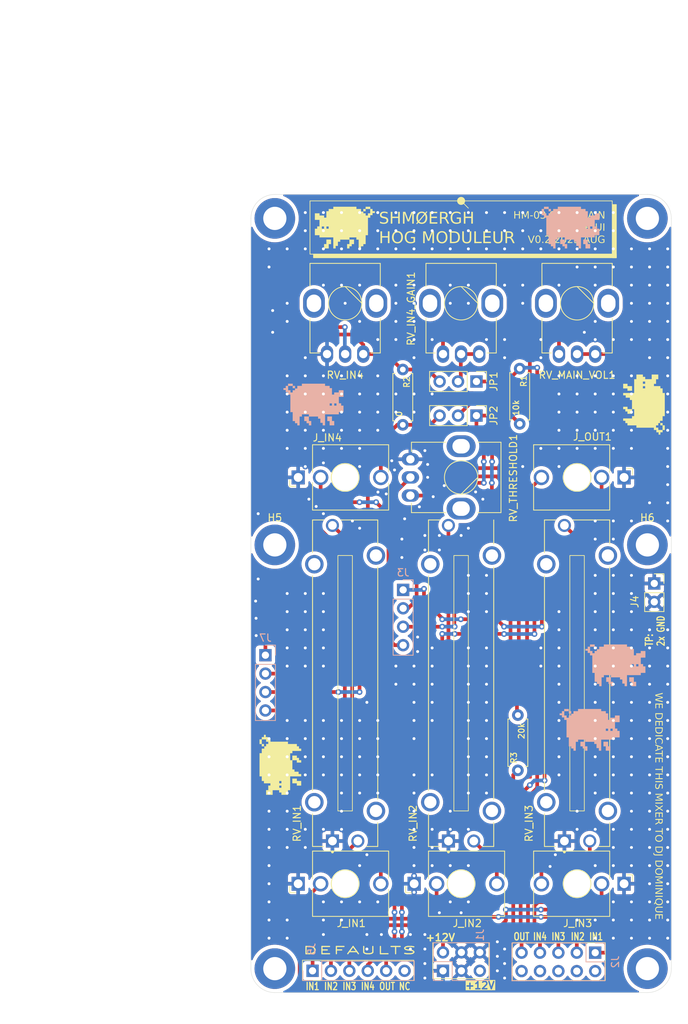
<source format=kicad_pcb>
(kicad_pcb (version 20241229) (generator "pcbnew") (generator_version "9.0")
  (layers (0 "F.Cu" signal) (2 "B.Cu" signal) (13 "F.Paste" user) (15 "B.Paste" user) (5 "F.SilkS" user "F.Silkscreen") (7 "B.SilkS" user "B.Silkscreen") (1 "F.Mask" user) (3 "B.Mask" user) (25 "Edge.Cuts" user))
  (net 0 "")
  (net 2 "+12V")
  (net 3 "GND")
  (net 4 "-12V")
  (net 5 "OUT_DEFAULT")
  (net 6 "IN_1")
  (net 7 "IN_2")
  (net 11 "IN_4")
  (net 12 "IN_3")
  (net 14 "OUT")
  (net 15 "IN_4_DEFAULT")
  (net 16 "IN_3_DEFAULT")
  (net 17 "IN_1_DEFAULT")
  (net 18 "IN_2_DEFAULT")
  (net 20 "RATIO_3")
  (net 21 "CH_4_VOL_2")
  (net 22 "CH_4_GAIN_1")
  (net 23 "MAIN_VOL_1")
  (net 24 "RATIO_1")
  (net 25 "THRESHOLD")
  (net 26 "MAIN_VOL_3")
  (net 27 "Net-(JP1-C)")
  (net 28 "Net-(JP2-C)")
  (net 29 "Net-(J_IN1-PadT)")
  (net 30 "Net-(J_IN2-PadT)")
  (net 31 "Net-(J_IN3-PadT)")
  (net 32 "Net-(R3-Pad2)")
  (net 33 "CH_4_GAIN_3_VOL_3")
  (footprint "MountingHole:MountingHole_3.2mm_M3_DIN965_Pad" (layer "F.Cu") (at 178.7 92.3)
    (property "Reference" "H6")
    (property "Value" "MountingHole")
  )
  (footprint "Connector_PinHeader_2.54mm:PinHeader_1x03_P2.54mm_Vertical" (layer "F.Cu") (at 155.115 74.48 -90)
    (property "Reference" "JP2")
    (property "Value" "Jumper_3_Open")
  )
  (footprint "Shmoergh_Custom_Footprints:Potentiometer_Bourns_Single-PTV09A" (layer "F.Cu") (at 153 83 -90)
    (property "Reference" "RV_THRESHOLD1")
    (property "Value" "A100k")
  )
  (footprint "Shmoergh_Logo:Gyeszno" (layer "F.Cu") (at 178.229 72.956 -90)
    (property "Reference" "G***" (hide yes))
    (property "Value" "LOGO" (hide yes))
  )
  (footprint "Connector_PinSocket_2.54mm:PinSocket_1x02_P2.54mm_Vertical" (layer "F.Cu") (at 179.651 97.614)
    (property "Reference" "J4")
    (property "Value" "Conn_01x02")
  )
  (footprint "Shmoergh_Custom_Footprints:R_Axial_DIN0207_L6.3mm_D2.5mm_P7.62mm_Horizontal" (layer "F.Cu") (at 160.83 123.375 90)
    (property "Reference" "R3")
    (property "Value" "20k")
  )
  (footprint "PTA3043-2010CIA503:TRIM_PTA3043-2010CIA503" (layer "F.Cu") (at 137 111.363 90)
    (property "Reference" "RV_IN1")
    (property "Value" "A100k")
  )
  (footprint "MountingHole:MountingHole_3.2mm_M3_DIN965_Pad" (layer "F.Cu") (at 178.7 47.3)
    (property "Reference" "H2")
    (property "Value" "MountingHole")
  )
  (footprint "Shmoergh_Logo:Gyeszno" (layer "F.Cu") (at 128.064 122.613 90)
    (property "Reference" "G***" (hide yes))
    (property "Value" "LOGO" (hide yes))
  )
  (footprint "MountingHole:MountingHole_3.2mm_M3_DIN965_Pad" (layer "F.Cu") (at 178.7 150.7)
    (property "Reference" "H3")
    (property "Value" "MountingHole")
  )
  (footprint "Shmoergh_Custom_Footprints:Potentiometer_Bourns_Single-PTV09A" (layer "F.Cu") (at 153 59)
    (property "Reference" "RV_IN4_GAIN1")
    (property "Value" "A100k")
  )
  (footprint "Shmoergh_Custom_Footprints:Potentiometer_Bourns_Single-PTV09A" (layer "F.Cu") (at 169 59)
    (property "Reference" "RV_MAIN_VOL1")
    (property "Value" "A100k")
  )
  (footprint "Shmoergh_Custom_Footprints:R_Axial_DIN0207_L6.3mm_D2.5mm_P7.62mm_Horizontal" (layer "F.Cu") (at 161.084 68.003 -90)
    (property "Reference" "R1")
    (property "Value" "10k")
  )
  (footprint "Shmoergh_Custom_Footprints:Jack_3.5mm_QingPu_WQP-PJ398SM_Vertical_CircularHoles" (layer "F.Cu") (at 153 139 90)
    (property "Reference" "J_IN2")
    (property "Value" "PJ398SM")
  )
  (footprint "Shmoergh_Custom_Footprints:R_Axial_DIN0207_L6.3mm_D2.5mm_P7.62mm_Horizontal" (layer "F.Cu") (at 144.955 68.13 -90)
    (property "Reference" "R2")
    (property "Value" "0")
  )
  (footprint "MountingHole:MountingHole_3.2mm_M3_DIN965_Pad" (layer "F.Cu") (at 127.3 47.3)
    (property "Reference" "H1")
    (property "Value" "MountingHole")
  )
  (footprint "MountingHole:MountingHole_3.2mm_M3_DIN965_Pad" (layer "F.Cu") (at 127.3 150.7)
    (property "Reference" "H4")
    (property "Value" "MountingHole")
  )
  (footprint "Shmoergh_Custom_Footprints:Jack_3.5mm_QingPu_WQP-PJ398SM_Vertical_CircularHoles" (layer "F.Cu") (at 169 83 -90)
    (property "Reference" "J_OUT1")
    (property "Value" "PJ398SM")
  )
  (footprint "Shmoergh_Custom_Footprints:Jack_3.5mm_QingPu_WQP-PJ398SM_Vertical_CircularHoles" (layer "F.Cu") (at 137 83 90)
    (property "Reference" "J_IN4")
    (property "Value" "PJ398SM")
  )
  (footprint "Shmoergh_Custom_Footprints:Potentiometer_Bourns_Single-PTV09A" (layer "F.Cu") (at 137 59)
    (property "Reference" "RV_IN4")
    (property "Value" "A100k")
  )
  (footprint "Shmoergh_Custom_Footprints:Jack_3.5mm_QingPu_WQP-PJ398SM_Vertical_CircularHoles" (layer "F.Cu") (at 137 139 90)
    (property "Reference" "J_IN1")
    (property "Value" "PJ398SM")
  )
  (footprint "PTA3043-2010CIA503:TRIM_PTA3043-2010CIA503" (layer "F.Cu") (at 153 111.363 90)
    (property "Reference" "RV_IN2")
    (property "Value" "A100k")
  )
  (footprint "Shmoergh_Custom_Footprints:Jack_3.5mm_QingPu_WQP-PJ398SM_Vertical_CircularHoles" (layer "F.Cu") (at 169 139 -90)
    (property "Reference" "J_IN3")
    (property "Value" "PJ398SM")
  )
  (footprint "MountingHole:MountingHole_3.2mm_M3_DIN965_Pad" (layer "F.Cu") (at 127.3 92.3)
    (property "Reference" "H5")
    (property "Value" "MountingHole")
  )
  (footprint "Connector_PinHeader_2.54mm:PinHeader_1x03_P2.54mm_Vertical" (layer "F.Cu") (at 155.115 69.781 -90)
    (property "Reference" "JP1")
    (property "Value" "Jumper_3_Open")
  )
  (footprint "PTA3043-2010CIA503:TRIM_PTA3043-2010CIA503" (layer "F.Cu") (at 169 111.363 90)
    (property "Reference" "RV_IN3")
    (property "Value" "A100k")
  )
  (footprint "Shmoergh_Logo:Gyeszno" (layer "F.Cu") (at 136.954 48.572)
    (property "Reference" "G***" (hide yes))
    (property "Value" "LOGO" (hide yes))
  )
  (footprint "Connector_PinSocket_2.54mm:PinSocket_2x03_P2.54mm_Vertical" (layer "B.Cu") (at 150.5 151 -90)
    (property "Reference" "J1")
    (property "Value" "Conn_02x03_Odd_Even")
  )
  (footprint "Shmoergh_Logo:Gyeszno" (layer "B.Cu") (at 170.736 117.787 180)
    (property "Reference" "G***" (hide yes))
    (property "Value" "LOGO" (hide yes))
  )
  (footprint "Shmoergh_Logo:Gyeszno" (layer "B.Cu") (at 132.636 72.956 180)
    (property "Reference" "G***" (hide yes))
    (property "Value" "LOGO" (hide yes))
  )
  (footprint "Shmoergh_Logo:Gyeszno" (layer "B.Cu") (at 174.292 108.897 180)
    (property "Reference" "G***" (hide yes))
    (property "Value" "LOGO" (hide yes))
  )
  (footprint "Connector_PinSocket_2.54mm:PinSocket_2x05_P2.54mm_Vertical" (layer "B.Cu") (at 171.5 148.5 90)
    (property "Reference" "J2")
    (property "Value" "Conn_02x05_Odd_Even")
  )
  (footprint "Connector_PinSocket_2.54mm:PinSocket_1x06_P2.54mm_Vertical" (layer "B.Cu") (at 132.5 151 -90)
    (property "Reference" "J5")
    (property "Value" "Conn_01x06")
  )
  (footprint "Shmoergh_Logo:Gyeszno" (layer "B.Cu") (at 167.942 48.572 180)
    (property "Reference" "G***" (hide yes))
    (property "Value" "LOGO" (hide yes))
  )
  (footprint "Connector_PinHeader_2.54mm:PinHeader_1x04_P2.54mm_Vertical" (layer "B.Cu") (at 126 107.5 180)
    (property "Reference" "J7")
    (property "Value" "Conn_01x04")
  )
  (footprint "Connector_PinHeader_2.54mm:PinHeader_1x04_P2.54mm_Vertical" (layer "B.Cu") (at 145 98.5 180)
    (property "Reference" "J3")
    (property "Value" "Conn_01x04")
  )
  (gr_rect (start 168 93.763) (end 170 128.963) (stroke (width 0.1)) (fill no) (layer "F.SilkS"))
  (gr_rect (start 152 93.763) (end 154 128.963) (stroke (width 0.1)) (fill no) (layer "F.SilkS"))
  (gr_rect (start 149.0825 147.124) (end 156.8295 152.077) (stroke (width 0.1)) (fill no) (layer "F.SilkS"))
  (gr_rect (start 132.636 52.23) (end 174.415 52.721) (stroke (width 0.1)) (fill yes) (layer "F.SilkS"))
  (gr_line (start 154 45.889) (end 153 44.889) (stroke (width 0.1)) (layer "F.SilkS"))
  (gr_rect (start 136 93.763) (end 138 128.963) (stroke (width 0.1)) (fill no) (layer "F.SilkS"))
  (gr_rect (start 173.915 45.397) (end 174.415 52.721) (stroke (width 0.1)) (fill yes) (layer "F.SilkS"))
  (gr_rect (start 160.068 147.124) (end 172.895 152.331) (stroke (width 0.1)) (fill no) (layer "F.SilkS"))
  (gr_rect (start 132.15 44.889) (end 173.85 52.23) (stroke (width 0.1)) (fill no) (layer "F.SilkS"))
  (gr_rect (start 131.112 149.537) (end 146.479 152.331) (stroke (width 0.1)) (fill no) (layer "F.SilkS"))
  (gr_circle (center 153 44.889) (end 153 44.389) (stroke (width 0.1)) (fill yes) (layer "F.SilkS"))
  (gr_line (start 178.7 154) (end 127.3 154) (stroke (width 0.05)) (layer "Edge.Cuts"))
  (gr_arc (start 182 150.7) (mid 181.033452 153.033452) (end 178.7 154) (stroke (width 0.05)) (layer "Edge.Cuts"))
  (gr_line (start 182 47.3) (end 182 150.7) (stroke (width 0.05)) (layer "Edge.Cuts"))
  (gr_line (start 127.3 44) (end 178.7 44) (stroke (width 0.05)) (layer "Edge.Cuts"))
  (gr_line (start 124 150.7) (end 124 47.3) (stroke (width 0.05)) (layer "Edge.Cuts"))
  (gr_arc (start 124 47.3) (mid 124.966548 44.966548) (end 127.3 44) (stroke (width 0.05)) (layer "Edge.Cuts"))
  (gr_arc (start 127.3 154) (mid 124.966548 153.033452) (end 124 150.7) (stroke (width 0.05)) (layer "Edge.Cuts"))
  (gr_arc (start 178.7 44) (mid 181.033452 44.966548) (end 182 47.3) (stroke (width 0.05)) (layer "Edge.Cuts"))
  (gr_text "SHMØERGH \nHOG MODULEUR" (at 141.653 50.985 0) (layer "F.SilkS") (effects (font (size 1.6 1.6) (thickness 0.1)) (justify left bottom)))
  (gr_text "DEFAULTS" (at 138.986 148.775 0) (layer "F.SilkS") (effects (font (size 1 2.2) (thickness 0.17) (bold yes)) (justify bottom)))
  (gr_text "IN3" (at 166.418 146.87 0) (layer "F.SilkS") (effects (font (size 1 0.75) (thickness 0.17) (bold yes)) (justify bottom)))
  (gr_text "WE DEDICATE THIS MIXER TO DJ DOMINIQUE" (at 179.626 143.949 270) (layer "F.SilkS") (effects (font (size 1 1) (thickness 0.1)) (justify right bottom)))
  (gr_text "OUT" (at 161.338 146.87 0) (layer "F.SilkS") (effects (font (size 1 0.75) (thickness 0.17) (bold yes)) (justify bottom)))
  (gr_text "+12V" (at 153.464 153.601 0) (layer "F.SilkS" knockout) (effects (font (size 1 1) (thickness 0.2) (bold yes)) (justify left bottom)))
  (gr_text "NC" (at 145.209 153.728 0) (layer "F.SilkS") (effects (font (size 1 0.75) (thickness 0.17) (bold yes)) (justify bottom)))
  (gr_text "IN4" (at 140.129 153.728 0) (layer "F.SilkS") (effects (font (size 1 0.75) (thickness 0.17) (bold yes)) (justify bottom)))
  (gr_text "TP:\n2x GND" (at 181.15 106.357 90) (layer "F.SilkS") (effects (font (size 1 0.75) (thickness 0.17) (bold yes)) (justify left bottom)))
  (gr_text "+12V" (at 148.003 146.997 0) (layer "F.SilkS") (effects (font (size 1 1) (thickness 0.2) (bold yes)) (justify left bottom)))
  (gr_text "IN1" (at 171.625 146.87 0) (layer "F.SilkS") (effects (font (size 1 0.75) (thickness 0.17) (bold yes)) (justify bottom)))
  (gr_text "OUT" (at 142.796 153.728 0) (layer "F.SilkS") (effects (font (size 1 0.75) (thickness 0.17) (bold yes)) (justify bottom)))
  (gr_text "IN2" (at 169.085 146.87 0) (layer "F.SilkS") (effects (font (size 1 0.75) (thickness 0.17) (bold yes)) (justify bottom)))
  (gr_text "IN4" (at 163.878 146.87 0) (layer "F.SilkS") (effects (font (size 1 0.75) (thickness 0.17) (bold yes)) (justify bottom)))
  (gr_text "IN1" (at 132.509 153.728 0) (layer "F.SilkS") (effects (font (size 1 0.75) (thickness 0.17) (bold yes)) (justify bottom)))
  (gr_text "IN3" (at 137.589 153.728 0) (layer "F.SilkS") (effects (font (size 1 0.75) (thickness 0.17) (bold yes)) (justify bottom)))
  (gr_text "HM-03 SIDECHAIN\nMIXER UI\nV0.2 2025 AUG" (at 172.895 50.858 0) (layer "F.SilkS") (effects (font (size 1 1) (thickness 0.1)) (justify right bottom)))
  (gr_text "IN2" (at 135.049 153.728 0) (layer "F.SilkS") (effects (font (size 1 0.75) (thickness 0.17) (bold yes)) (justify bottom)))
  (segment (start 160.195 124.01) (end 160.83 123.375) (width 0.508) (layer "F.Cu") (net 2))
  (segment (start 150.5 148.46) (end 150.5 146.913) (width 0.508) (layer "F.Cu") (net 2))
  (segment (start 160.195 144.457) (end 160.195 124.01) (width 0.508) (layer "F.Cu") (net 2))
  (segment (start 150.5 146.913) (end 151.813 145.6) (width 0.508) (layer "F.Cu") (net 2))
  (segment (start 159.052 145.6) (end 160.195 144.457) (width 0.508) (layer "F.Cu") (net 2))
  (segment (start 151.813 145.6) (end 159.052 145.6) (width 0.508) (layer "F.Cu") (net 2))
  (via (at 171.5 109) (size 0.8) (drill 0.4) (layers "F.Cu" "B.Cu") (net 3))
  (via (at 166 135) (size 0.8) (drill 0.4) (layers "F.Cu" "B.Cu") (net 3))
  (via (at 174 111.5) (size 0.8) (drill 0.4) (layers "F.Cu" "B.Cu") (net 3))
  (via (at 174 109) (size 0.8) (drill 0.4) (layers "F.Cu" "B.Cu") (net 3))
  (via (at 169 54) (size 0.8) (drill 0.4) (layers "F.Cu" "B.Cu") (net 3))
  (via (at 146.5 129) (size 0.8) (drill 0.4) (layers "F.Cu" "B.Cu") (net 3))
  (via (at 158 151) (size 0.8) (drill 0.4) (layers "F.Cu" "B.Cu") (net 3))
  (via (at 134 146) (size 0.8) (drill 0.4) (layers "F.Cu" "B.Cu") (net 3))
  (via (at 131.5 51.5) (size 0.8) (drill 0.4) (layers "F.Cu" "B.Cu") (net 3))
  (via (at 164 46.5) (size 0.8) (drill 0.4) (layers "F.Cu" "B.Cu") (net 3))
  (via (at 174 124) (size 0.8) (drill 0.4) (layers "F.Cu" "B.Cu") (net 3))
  (via (at 154 116.5) (size 0.8) (drill 0.4) (layers "F.Cu" "B.Cu") (net 3))
  (via (at 144 56.5) (size 0.8) (drill 0.4) (layers "F.Cu" "B.Cu") (net 3))
  (via (at 174 134) (size 0.8) (drill 0.4) (layers "F.Cu" "B.Cu") (net 3))
  (via (at 176.5 116.5) (size 0.8) (drill 0.4) (layers "F.Cu" "B.Cu") (net 3))
  (via (at 176.5 129) (size 0.8) (drill 0.4) (layers "F.Cu" "B.Cu") (net 3))
  (via (at 154 96.5) (size 0.8) (drill 0.4) (layers "F.Cu" "B.Cu") (net 3))
  (via (at 131.5 71.5) (size 0.8) (drill 0.4) (layers "F.Cu" "B.Cu") (net 3))
  (via (at 176.5 104) (size 0.8) (drill 0.4) (layers "F.Cu" "B.Cu") (net 3))
  (via (at 144.828 94.038) (size 0.8) (drill 0.4) (layers "F.Cu" "B.Cu") (net 3))
  (via (at 150 91) (size 0.8) (drill 0.4) (layers "F.Cu" "B.Cu") (net 3))
  (via (at 141.5 76.5) (size 0.8) (drill 0.4) (layers "F.Cu" "B.Cu") (net 3))
  (via (at 156.5 124) (size 0.8) (drill 0.4) (layers "F.Cu" "B.Cu") (net 3))
  (via (at 176.5 99) (size 0.8) (drill 0.4) (layers "F.Cu" "B.Cu") (net 3))
  (via (at 181.5 126.5) (size 0.8) (drill 0.4) (layers "F.Cu" "B.Cu") (net 3))
  (via (at 137 59) (size 0.8) (drill 0.4) (layers "F.Cu" "B.Cu") (net 3))
  (via (at 179 141.5) (size 0.8) (drill 0.4) (layers "F.Cu" "B.Cu") (net 3))
  (via (at 176.5 131.5) (size 0.8) (drill 0.4) (layers "F.Cu" "B.Cu") (net 3))
  (via (at 174 119) (size 0.8) (drill 0.4) (layers "F.Cu" "B.Cu") (net 3))
  (via (at 159 51.5) (size 0.8) (drill 0.4) (layers "F.Cu" "B.Cu") (net 3))
  (via (at 164 79) (size 0.8) (drill 0.4) (layers "F.Cu" "B.Cu") (net 3))
  (via (at 171.5 96.5) (size 0.8) (drill 0.4) (layers "F.Cu" "B.Cu") (net 3))
  (via (at 174 69) (size 0.8) (drill 0.4) (layers "F.Cu" "B.Cu") (net 3))
  (via (at 174 64) (size 0.8) (drill 0.4) (layers "F.Cu" "B.Cu") (net 3))
  (via (at 146.5 64) (size 0.8) (drill 0.4) (layers "F.Cu" "B.Cu") (net 3))
  (via (at 149 134) (size 0.8) (drill 0.4) (layers "F.Cu" "B.Cu") (net 3))
  (via (at 174 121.5) (size 0.8) (drill 0.4) (layers "F.Cu" "B.Cu") (net 3))
  (via (at 125 88) (size 0.8) (drill 0.4) (layers "F.Cu" "B.Cu") (net 3))
  (via (at 131.5 121.5) (size 0.8) (drill 0.4) (layers "F.Cu" "B.Cu") (net 3))
  (via (at 129 104) (size 0.8) (drill 0.4) (layers "F.Cu" "B.Cu") (net 3))
  (via (at 166.5 69) (size 0.8) (drill 0.4) (layers "F.Cu" "B.Cu") (net 3))
  (via (at 171.5 49) (size 0.8) (drill 0.4) (layers "F.Cu" "B.Cu") (net 3))
  (via (at 181.5 74) (size 0.8) (drill 0.4) (layers "F.Cu" "B.Cu") (net 3))
  (via (at 134 101.5) (size 0.8) (drill 0.4) (layers "F.Cu" "B.Cu") (net 3))
  (via (at 136.5 124) (size 0.8) (drill 0.4) (layers "F.Cu" "B.Cu") (net 3))
  (via (at 149 49) (size 0.8) (drill 0.4) (layers "F.Cu" "B.Cu") (net 3))
  (via (at 156.5 46.5) (size 0.8) (drill 0.4) (layers "F.Cu" "B.Cu") (net 3))
  (via (at 166.5 74) (size 0.8) (drill 0.4) (layers "F.Cu" "B.Cu") (net 3))
  (via (at 134 51.5) (size 0.8) (drill 0.4) (layers "F.Cu" "B.Cu") (net 3))
  (via (at 176.5 146.5) (size 0.8) (drill 0.4) (layers "F.Cu" "B.Cu") (net 3))
  (via (at 166.5 46.5) (size 0.8) (drill 0.4) (layers "F.Cu" "B.Cu") (net 3))
  (via (at 141.5 119) (size 0.8) (drill 0.4) (layers "F.Cu" "B.Cu") (net 3))
  (via (at 161.5 46.5) (size 0.8) (drill 0.4) (layers "F.Cu" "B.Cu") (net 3))
  (via (at 139 124) (size 0.8) (drill 0.4) (layers "F.Cu" "B.Cu") (net 3))
  (via (at 141.5 64) (size 0.8) (drill 0.4) (layers "F.Cu" "B.Cu") (net 3))
  (via (at 144 59) (size 0.8) (drill 0.4) (layers "F.Cu" "B.Cu") (net 3))
  (via (at 146.5 116.5) (size 0.8) (drill 0.4) (layers "F.Cu" "B.Cu") (net 3))
  (via (at 136.5 71.5) (size 0.8) (drill 0.4) (layers "F.Cu" "B.Cu") (net 3))
  (via (at 141.5 46.5) (size 0.8) (drill 0.4) (layers "F.Cu" "B.Cu") (net 3))
  (via (at 134 56.5) (size 0.8) (drill 0.4) (layers "F.Cu" "B.Cu") (net 3))
  (via (at 179 54) (size 0.8) (drill 0.4) (layers "F.Cu" "B.Cu") (net 3))
  (via (at 146.5 134) (size 0.8) (drill 0.4) (layers "F.Cu" "B.Cu") (net 3))
  (via (at 171.5 74) (size 0.8) (drill 0.4) (layers "F.Cu" "B.Cu") (net 3))
  (via (at 176.5 71.5) (size 0.8) (drill 0.4) (layers "F.Cu" "B.Cu") (net 3))
  (via (at 134 49) (size 0.8) (drill 0.4) (layers "F.Cu" "B.Cu") (net 3))
  (via (at 166.5 79) (size 0.8) (drill 0.4) (layers "F.Cu" "B.Cu") (net 3))
  (via (at 153 143) (size 0.8) (drill 0.4) (layers "F.Cu" "B.Cu") (net 3))
  (via (at 131.5 101.5) (size 0.8) (drill 0.4) (layers "F.Cu" "B.Cu") (net 3))
  (via (at 149 124) (size 0.8) (drill 0.4) (layers "F.Cu" "B.Cu") (net 3))
  (via (at 159 49) (size 0.8) (drill 0.4) (layers "F.Cu" "B.Cu") (net 3))
  (via (at 156.5 116.5) (size 0.8) (drill 0.4) (layers "F.Cu" "B.Cu") (net 3))
  (via (at 136.5 56.5) (size 0.8) (drill 0.4) (layers "F.Cu" "B.Cu") (net 3))
  (via (at 158 147) (size 0.8) (drill 0.4) (layers "F.Cu" "B.Cu") (net 3))
  (via (at 166.5 121.5) (size 0.8) (drill 0.4) (layers "F.Cu" "B.Cu") (net 3))
  (via (at 131.5 119) (size 0.8) (drill 0.4) (layers "F.Cu" "B.Cu") (net 3))
  (via (at 139 56.5) (size 0.8) (drill 0.4) (layers "F.Cu" "B.Cu") (net 3))
  (via (at 156.5 101.5) (size 0.8) (drill 0.4) (layers "F.Cu" "B.Cu") (net 3))
  (via (at 129 131.5) (size 0.8) (drill 0.4) (layers "F.Cu" "B.Cu") (net 3))
  (via (at 174 79) (size 0.8) (drill 0.4) (layers "F.Cu" "B.Cu") (net 3))
  (via (at 171.5 106.5) (size 0.8) (drill 0.4) (layers "F.Cu" "B.Cu") (net 3))
  (via (at 134 99) (size 0.8) (drill 0.4) (layers "F.Cu" "B.Cu") (net 3))
  (via (at 179 119) (size 0.8) (drill 0.4) (layers "F.Cu" "B.Cu") (net 3))
  (via (at 179 86.5) (size 0.8) (drill 0.4) (layers "F.Cu" "B.Cu") (net 3))
  (via (at 181.5 104) (size 0.8) (drill 0.4) (layers "F.Cu" "B.Cu") (net 3))
  (via (at 166.5 124) (size 0.8) (drill 0.4) (layers "F.Cu" "B.Cu") (net 3))
  (via (at 165.273573 136.618893) (size 0.8) (drill 0.4) (layers "F.Cu" "B.Cu") (net 3))
  (via (at 148 152) (size 0.8) (drill 0.4) (layers "F.Cu" "B.Cu") (net 3))
  (via (at 174 49) (size 0.8) (drill 0.4) (layers "F.Cu" "B.Cu") (net 3))
  (via (at 127 63) (size 0.8) (drill 0.4) (layers "F.Cu" "B.Cu") (net 3))
  (via (at 127 60) (size 0.8) (drill 0.4) (layers "F.Cu" "B.Cu") (net 3))
  (via (at 136.5 79) (size 0.8) (drill 0.4) (layers "F.Cu" "B.Cu") (net 3))
  (via (at 151.5 141.5) (size 0.8) (drill 0.4) (layers "F.Cu" "B.Cu") (net 3))
  (via (at 129 61.5) (size 0.8) (drill 0.4) (layers "F.Cu" "B.Cu") (net 3))
  (via (at 181.5 134) (size 0.8) (drill 0.4) (layers "F.Cu" "B.Cu") (net 3))
  (via (at 147.241 87.053) (size 0.8) (drill 0.4) (layers "F.Cu" "B.Cu") (net 3))
  (via (at 171.5 136.5) (size 0.8) (drill 0.4) (layers "F.Cu" "B.Cu") (net 3))
  (via (at 171.5 144) (size 0.8) (drill 0.4) (layers "F.Cu" "B.Cu") (net 3))
  (via (at 146.5 71.5) (size 0.8) (drill 0.4) (layers "F.Cu" "B.Cu") (net 3))
  (via (at 151.5 51.5) (size 0.8) (drill 0.4) (layers "F.Cu" "B.Cu") (net 3))
  (via (at 131.5 81.5) (size 0.8) (drill 0.4) (layers "F.Cu" "B.Cu") (net 3))
  (via (at 149.146 85.656) (size 0.8) (drill 0.4) (layers "F.Cu" "B.Cu") (net 3))
  (via (at 171.5 46.5) (size 0.8) (drill 0.4) (layers "F.Cu" "B.Cu") (net 3))
  (via (at 176.5 124) (size 0.8) (drill 0.4) (layers "F.Cu" "B.Cu") (net 3))
  (via (at 181.5 51.5) (size 0.8) (drill 0.4) (layers "F.Cu" "B.Cu") (net 3))
  (via (at 139 126.5) (size 0.8) (drill 0.4) (layers "F.Cu" "B.Cu") (net 3))
  (via (at 179 134) (size 0.8) (drill 0.4) (layers "F.Cu" "B.Cu") (net 3))
  (via (at 134 71.5) (size 0.8) (drill 0.4) (layers "F.Cu" "B.Cu") (net 3))
  (via (at 181.5 146.5) (size 0.8) (drill 0.4) (layers "F.Cu" "B.Cu") (net 3))
  (via (at 136.5 121.5) (size 0.8) (drill 0.4) (layers "F.Cu" "B.Cu") (net 3))
  (via (at 159 66.5) (size 0.8) (drill 0.4) (layers "F.Cu" "B.Cu") (net 3))
  (via (at 179 56.5) (size 0.8) (drill 0.4) (layers "F.Cu" "B.Cu") (net 3))
  (via (at 131.5 104) (size 0.8) (drill 0.4) (layers "F.Cu" "B.Cu") (net 3))
  (via (at 139 71.5) (size 0.8) (drill 0.4) (layers "F.Cu" "B.Cu") (net 3))
  (via (at 171.5 64) (size 0.8) (drill 0.4) (layers "F.Cu" "B.Cu") (net 3))
  (via (at 146.511138 140.179589) (size 0.8) (drill 0.4) (layers "F.Cu" "B.Cu") (net 3))
  (via (at 159 46.5) (size 0.8) (drill 0.4) (layers "F.Cu" "B.Cu") (net 3))
  (via (at 181.5 89) (size 0.8) (drill 0.4) (layers "F.Cu" "B.Cu") (net 3))
  (via (at 176.5 114) (size 0.8) (drill 0.4) (layers "F.Cu" "B.Cu") (net 3))
  (via (at 129 74) (size 0.8) (drill 0.4) (layers "F.Cu" "B.Cu") (net 3))
  (via (at 133 87) (size 0.8) (drill 0.4) (layers "F.Cu" "B.Cu") (net 3))
  (via (at 139 79) (size 0.8) (drill 0.4) (layers "F.Cu" "B.Cu") (net 3))
  (via (at 158 149) (size 0.8) (drill 0.4) (layers "F.Cu" "B.Cu") (net 3))
  (via (at 174 91.5) (size 0.8) (drill 0.4) (layers "F.Cu" "B.Cu") (net 3))
  (via (at 164 106.5) (size 0.8) (drill 0.4) (layers "F.Cu" "B.Cu") (net 3))
  (via (at 154 126.5) (size 0.8) (drill 0.4) (layers "F.Cu" "B.Cu") (net 3))
  (via (at 126.5 51.5) (size 0.8) (drill 0.4) (layers "F.Cu" "B.Cu") (net 3))
  (via (at 176.5 119) (size 0.8) (drill 0.4) (layers "F.Cu" "B.Cu") (net 3))
  (via (at 170 63) (size 0.8) (drill 0.4) (layers "F.Cu" "B.Cu") (net 3))
  (via (at 126.5 126.5) (size 0.8) (drill 0.4) (layers "F.Cu" "B.Cu") (net 3))
  (via (at 134 119) (size 0.8) (drill 0.4) (layers "F.Cu" "B.Cu") (net 3))
  (via (at 146.5 114) (size 0.8) (drill 0.4) (layers "F.Cu" "B.Cu") (net 3))
  (via (at 129 126.5) (size 0.8) (drill 0.4) (layers "F.Cu" "B.Cu") (net 3))
  (via (at 161.5 49) (size 0.8) (drill 0.4) (layers "F.Cu" "B.Cu") (net 3))
  (via (at 179 114) (size 0.8) (drill 0.4) (layers "F.Cu" "B.Cu") (net 3))
  (via (at 148.003 79.306) (size 0.8) (drill 0.4) (layers "F.Cu" "B.Cu") (net 3))
  (via (at 154 119) (size 0.8) (drill 0.4) (layers "F.Cu" "B.Cu") (net 3))
  (via (at 129 101.5) (size 0.8) (drill 0.4) (layers "F.Cu" "B.Cu") (net 3))
  (via (at 179 111.5) (size 0.8) (drill 0.4) (layers "F.Cu" "B.Cu") (net 3))
  (via (at 136.5 74) (size 0.8) (drill 0.4) (layers "F.Cu" "B.Cu") (net 3))
  (via (at 179 66.5) (size 0.8) (drill 0.4) (layers "F.Cu" "B.Cu") (net 3))
  (via (at 134 144) (size 0.8) (drill 0.4) (layers "F.Cu" "B.Cu") (net 3))
  (via (at 136.5 51.5) (size 0.8) (drill 0.4) (layers "F.Cu" "B.Cu") (net 3))
  (via (at 146.5 66.5) (size 0.8) (drill 0.4) (layers "F.Cu" "B.Cu") (net 3))
  (via (at 161.5 81.5) (size 0.8) (drill 0.4) (layers "F.Cu" "B.Cu") (net 3))
  (via (at 169 144) (size 0.8) (drill 0.4) (layers "F.Cu" "B.Cu") (net 3))
  (via (at 139 49) (size 0.8) (drill 0.4) (layers "F.Cu" "B.Cu") (net 3))
  (via (at 146.5 51.5) (size 0.8) (drill 0.4) (layers "F.Cu" "B.Cu") (net 3))
  (via (at 174 99) (size 0.8) (drill 0.4) (layers "F.Cu" "B.Cu") (net 3))
  (via (at 129 51.5) (size 0.8) (drill 0.4) (layers "F.Cu" "B.Cu") (net 3))
  (via (at 131.5 134) (size 0.8) (drill 0.4) (layers "F.Cu" "B.Cu") (net 3))
  (via (at 139 74) (size 0.8) (drill 0.4) (layers "F.Cu" "B.Cu") (net 3))
  (via (at 174 101.5) (size 0.8) (drill 0.4) (layers "F.Cu" "B.Cu") (net 3))
  (via (at 139 136.5) (size 0.8) (drill 0.4) (layers "F.Cu" "B.Cu") (net 3))
  (via (at 140 146) (size 0.8) (drill 0.4) (layers "F.Cu" "B.Cu") (net 3))
  (via (at 179 59) (size 0.8) (drill 0.4) (layers "F.Cu" "B.Cu") (net 3))
  (via (at 171.5 116.5) (size 0.8) (drill 0.4) (layers "F.Cu" "B.Cu") (net 3))
  (via (at 147 105) (size 0.8) (drill 0.4) (layers "F.Cu" "B.Cu") (net 3))
  (via (at 146.5 46.5) (size 0.8) (drill 0.4) (layers "F.Cu" "B.Cu") (net 3))
  (via (at 166.5 109) (size 0.8) (drill 0.4) (layers "F.Cu" "B.Cu") (net 3))
  (via (at 181.5 121.5) (size 0.8) (drill 0.4) (layers "F.Cu" "B.Cu") (net 3))
  (via (at 129 99) (size 0.8) (drill 0.4) (layers "F.Cu" "B.Cu") (net 3))
  (via (at 176.5 76.5) (size 0.8) (drill 0.4) (layers "F.Cu" "B.Cu") (net 3))
  (via (at 129 144) (size 0.8) (drill 0.4) (layers "F.Cu" "B.Cu") (net 3))
  (via (at 179 121.5) (size 0.8) (drill 0.4) (layers "F.Cu" "B.Cu") (net 3))
  (via (at 176.5 141.5) (size 0.8) (drill 0.4) (layers "F.Cu" "B.Cu") (net 3))
  (via (at 124.724786 104.797998) (size 0.8) (drill 0.4) (layers "F.Cu" "B.Cu") (net 3))
  (via (at 174 114) (size 0.8) (drill 0.4) (layers "F.Cu" "B.Cu") (net 3))
  (via (at 148.384 82.989) (size 0.8) (drill 0.4) (layers "F.Cu" "B.Cu") (net 3))
  (via (at 171.5 91.5) (size 0.8) (drill 0.4) (layers "F.Cu" "B.Cu") (net 3))
  (via (at 154 49) (size 0.8) (drill 0.4) (layers "F.Cu" "B.Cu") (net 3))
  (via (at 151.5 129) (size 0.8) (drill 0.4) (layers "F.Cu" "B.Cu") (net 3))
  (via (at 181.5 59) (size 0.8) (drill 0.4) (layers "F.Cu" "B.Cu") (net 3))
  (via (at 154 114) (size 0.8) (drill 0.4) (layers "F.Cu" "B.Cu") (net 3))
  (via (at 171.5 76.5) (size 0.8) (drill 0.4) (layers "F.Cu" "B.Cu") (net 3))
  (via (at 144 64) (size 0.8) (drill 0.4) (layers "F.Cu" "B.Cu") (net 3))
  (via (at 151.5 136.5) (size 0.8) (drill 0.4) (layers "F.Cu" "B.Cu") (net 3))
  (via (at 141.526 85.021) (size 0.8) (drill 0.4) (layers "F.Cu" "B.Cu") (net 3))
  (via (at 129 129) (size 0.8) (drill 0.4) (layers "F.Cu" "B.Cu") (net 3))
  (via (at 176.5 106.5) (size 0.8) (drill 0.4) (layers "F.Cu" "B.Cu") (net 3))
  (via (at 181.5 76.5) (size 0.8) (drill 0.4) (layers "F.Cu" "B.Cu") (net 3))
  (via (at 144.828 91.498) (size 0.8) (drill 0.4) (layers "F.Cu" "B.Cu") (net 3))
  (via (at 148 146) (size 0.8) (drill 0.4) (layers "F.Cu" "B.Cu") (net 3))
  (via (at 141.5 126.5) (size 0.8) (drill 0.4) (layers "F.Cu" "B.Cu") (net 3))
  (via (at 171.5 111.5) (size 0.8) (drill 0.4) (layers "F.Cu" "B.Cu") (net 3))
  (via (at 174 136.5) (size 0.8) (drill 0.4) (layers "F.Cu" "B.Cu") (net 3))
  (via (at 181.5 106.5) (size 0.8) (drill 0.4) (layers "F.Cu" "B.Cu") (net 3))
  (via (at 166.5 104) (size 0.8) (drill 0.4) (layers "F.Cu" "B.Cu") (net 3))
  (via (at 179 129) (size 0.8) (drill 0.4) (layers "F.Cu" "B.Cu") (net 3))
  (via (at 159 64) (size 0.8) (drill 0.4) (layers "F.Cu" "B.Cu") (net 3))
  (via (at 143.812 81.973) (size 0.8) (drill 0.4) (layers "F.Cu" "B.Cu") (net 3))
  (via (at 171.5 114) (size 0.8) (drill 0.4) (layers "F.Cu" "B.Cu") (net 3))
  (via (at 176.5 121.5) (size 0.8) (drill 0.4) (layers "F.Cu" "B.Cu") (net 3))
  (via (at 136.5 76.5) (size 0.8) (drill 0.4) (layers "F.Cu" "B.Cu") (net 3))
  (via (at 126.5 131.5) (size 0.8) (drill 0.4) (layers "F.Cu" "B.Cu") (net 3))
  (via (at 174 51.5) (size 0.8) (drill 0.4) (layers "F.Cu" "B.Cu") (net 3))
  (via (at 181.5 61.5) (size 0.8) (drill 0.4) (layers "F.Cu" "B.Cu") (net 3))
  (via (at 171.5 71.5) (size 0.8) (drill 0.4) (layers "F.Cu" "B.Cu") (net 3))
  (via (at 151.5 49) (size 0.8) (drill 0.4) (layers "F.Cu" "B.Cu") (net 3))
  (via (at 174 116.5) (size 0.8) (drill 0.4) (layers "F.Cu" "B.Cu") (net 3))
  (via (at 171.5 69) (size 0.8) (drill 0.4) (layers "F.Cu" "B.Cu") (net 3))
  (via (at 151.5 46.5) (size 0.8) (drill 0.4) (layers "F.Cu" "B.Cu") (net 3))
  (via (at 126.5 121.5) (size 0.8) (drill 0.4) (layers "F.Cu" "B.Cu") (net 3))
  (via (at 149 106.5) (size 0.8) (drill 0.4) (layers "F.Cu" "B.Cu") (net 3))
  (via (at 132 86) (size 0.8) (drill 0.4) (layers "F.Cu" "B.Cu") (net 3))
  (via (at 146 146) (size 0.8) (drill 0.4) (layers "F.Cu" "B.Cu") (net 3))
  (via (at 169 46.5) (size 0.8) (drill 0.4) (layers "F.Cu" "B.Cu") (net 3))
  (via (at 126.5 139) (size 0.8) (drill 0.4) (layers "F.Cu" "B.Cu") (net 3))
  (via (at 144 109) (size 0.8) (drill 0.4) (layers "F.Cu" "B.Cu") (net 3))
  (via (at 129 106.5) (size 0.8) (drill 0.4) (layers "F.Cu" "B.Cu") (net 3))
  (via (at 176.5 109) (size 0.8) (drill 0.4) (layers "F.Cu" "B.Cu") (net 3))
  (via (at 159 150) (size 0.8) (drill 0.4) (layers "F.Cu" "B.Cu") (net 3))
  (via (at 150 143) (size 0.8) (drill 0.4) (layers "F.Cu" "B.Cu") (net 3))
  (via (at 181.5 114) (size 0.8) (drill 0.4) (layers "F.Cu" "B.Cu") (net 3))
  (via (at 176.5 89) (size 0.8) (drill 0.4) (layers "F.Cu" "B.Cu") (net 3))
  (via (at 134 79) (size 0.8) (drill 0.4) (layers "F.Cu" "B.Cu") (net 3))
  (via (at 151.5 56.5) (size 0.8) (drill 0.4) (layers "F.Cu" "B.Cu") (net 3))
  (via (at 140 114) (size 0.8) (drill 0.4) (layers "F.Cu" "B.Cu") (net 3))
  (via (at 149 114) (size 0.8) (drill 0.4) (layers "F.Cu" "B.Cu") (net 3))
  (via (at 126.5 134) (size 0.8) (drill 0.4) (layers "F.Cu" "B.Cu") (net 3))
  (via (at 131.5 131.5) (size 0.8) (drill 0.4) (layers "F.Cu" "B.Cu") (net 3))
  (via (at 129 124) (size 0.8) (drill 0.4) (layers "F.Cu" "B.Cu") (net 3))
  (via (at 134 69) (size 0.8) (drill 0.4) (layers "F.Cu" "B.Cu") (net 3))
  (via (at 144 71.5) (size 0.8) (drill 0.4) (layers "F.Cu" "B.Cu") (net 3))
  (via (at 181.5 66.5) (size 0.8) (drill 0.4) (layers "F.Cu" "B.Cu") (net 3))
  (via (at 143.431 80.703) (size 0.8) (drill 0.4) (layers "F.Cu" "B.Cu") (net 3))
  (via (at 150.67 84.132) (size 0.8) (drill 0.4) (layers "F.Cu" "B.Cu") (net 3))
  (via (at 129 116.5) (size 0.8) (drill 0.4) (layers "F.Cu" "B.Cu") (net 3))
  (via (at 134 131.5) (size 0.8) (drill 0.4) (layers "F.Cu" "B.Cu") (net 3))
  (via (at 146.5 119) (size 0.8) (drill 0.4) (layers "F.Cu" "B.Cu") (net 3))
  (via (at 154 109) (size 0.8) (drill 0.4) (layers "F.Cu" "B.Cu") (net 3))
  (via (at 176.5 101.5) (size 0.8) (drill 0.4) (layers "F.Cu" "B.Cu") (net 3))
  (via (at 139 116.5) (size 0.8) (drill 0.4) (layers "F.Cu" "B.Cu") (net 3))
  (via (at 131.5 99) (size 0.8) (drill 0.4) (layers "F.Cu" "B.Cu") (net 3))
  (via (at 147 107) (size 0.8) (drill 0.4) (layers "F.Cu" "B.Cu") (net 3))
  (via (at 140 148) (size 0.8) (drill 0.4) (layers "F.Cu" "B.Cu") (net 3))
  (via (at 169 129) (size 0.8) (drill 0.4) (layers "F.Cu" "B.Cu") (net 3))
  (via (at 141.5 71.5) (size 0.8) (drill 0.4) (layers "F.Cu" "B.Cu") (net 3))
  (via (at 126.5 144) (size 0.8) (drill 0.4) (layers "F.Cu" "B.Cu") (net 3))
  (via (at 171.5 121.5) (size 0.8) (drill 0.4) (layers "F.Cu" "B.Cu") (net 3))
  (via (at 181.5 131.5) (size 0.8) (drill 0.4) (layers "F.Cu" "B.Cu") (net 3))
  (via (at 141.5 116.5) (size 0.8) (drill 0.4) (layers "F.Cu" "B.Cu") (net 3))
  (via (at 174 146.5) (size 0.8) (drill 0.4) (layers "F.Cu" "B.Cu") (net 3))
  (via (at 146.5 59) (size 0.8) (drill 0.4) (layers "F.Cu" "B.Cu") (net 3))
  (via (at 154 131.5) (size 0.8) (drill 0.4) (layers "F.Cu" "B.Cu") (net 3))
  (via (at 166.5 49) (size 0.8) (drill 0.4) (layers "F.Cu" "B.Cu") (net 3))
  (via (at 126.5 54) (size 0.8) (drill 0.4) (layers "F.Cu" "B.Cu") (net 3))
  (via (at 156.5 106.5) (size 0.8) (drill 0.4) (layers "F.Cu" "B.Cu") (net 3))
  (via (at 169 69) (size 0.8) (drill 0.4) (layers "F.Cu" "B.Cu") (net 3))
  (via (at 140 135) (size 0.8) (drill 0.4) (layers "F.Cu" "B.Cu") (net 3))
  (via (at 141.5 49) (size 0.8) (drill 0.4) (layers "F.Cu" "B.Cu") (net 3))
  (via (at 149 109) (size 0.8) (drill 0.4) (layers "F.Cu" "B.Cu") (net 3))
  (via (at 136.5 141.5) (size 0.8) (drill 0.4) (layers "F.Cu" "B.Cu") (net 3))
  (via (at 146.511138 137.900189) (size 0.8) (drill 0.4) (layers "F.Cu" "B.Cu") (net 3))
  (via (at 156.5 111.5) (size 0.8) (drill 0.4) (layers "F.Cu" "B.Cu") (net 3))
  (via (at 154 99) (size 0.8) (drill 0.4) (layers "F.Cu" "B.Cu") (net 3))
  (via (at 142.669 85.275) (size 0.8) (drill 0.4) (layers "F.Cu" "B.Cu") (net 3))
  (via (at 154 111.5) (size 0.8) (drill 0.4) (layers "F.Cu" "B.Cu") (net 3))
  (via (at 171.5 101.5) (size 0.8) (drill 0.4) (layers "F.Cu" "B.Cu") (net 3))
  (via (at 139 76.5) (size 0.8) (drill 0.4) (layers "F.Cu" "B.Cu") (net 3))
  (via (at 169 51.5) (size 0.8) (drill 0.4) (layers "F.Cu" "B.Cu") (net 3))
  (via (at 153 91) (size 0.8) (drill 0.4) (layers "F.Cu" "B.Cu") (net 3))
  (via (at 174 71.5) (size 0.8) (drill 0.4) (layers "F.Cu" "B.Cu") (net 3))
  (via (at 142 146) (size 0.8) (drill 0.4) (layers "F.Cu" "B.Cu") (net 3))
  (via (at 149 64) (size 0.8) (drill 0.4) (layers "F.Cu" "B.Cu") (net 3))
  (via (at 149 131.5) (size 0.8) (drill 0.4) (layers "F.Cu" "B.Cu") (net 3))
  (via (at 144 74) (size 0.8) (drill 0.4) (layers "F.Cu" "B.Cu") (net 3))
  (via (at 181.5 111.5) (size 0.8) (drill 0.4) (layers "F.Cu" "B.Cu") (net 3))
  (via (at 141.5 69) (size 0.8) (drill 0.4) (layers "F.Cu" "B.Cu") (net 3))
  (via (at 134 81) (size 0.8) (drill 0.4) (layers "F.Cu" "B.Cu") (net 3))
  (via (at 129 109) (size 0.8) (drill 0.4) (layers "F.Cu" "B.Cu") (net 3))
  (via (at 146.5 61.5) (size 0.8) (drill 0.4) (layers "F.Cu" "B.Cu") (net 3))
  (via (at 166.5 101.5) (size 0.8) (drill 0.4) (layers "F.Cu" "B.Cu") (net 3))
  (via (at 166.5 71.5) (size 0.8) (drill 0.4) (layers "F.Cu" "B.Cu") (net 3))
  (via (at 176.5 59) (size 0.8) (drill 0.4) (layers "F.Cu" "B.Cu") (net 3))
  (via (at 179 146.5) (size 0.8) (drill 0.4) (layers "F.Cu" "B.Cu") (net 3))
  (via (at 148 91) (size 0.8) (drill 0.4) (layers "F.Cu" "B.Cu") (net 3))
  (via (at 156.5 64) (size 0.8) (drill 0.4) (layers "F.Cu" "B.Cu") (net 3))
  (via (at 176.5 134) (size 0.8) (drill 0.4) (layers "F.Cu" "B.Cu") (net 3))
  (via (at 136.5 126.5) (size 0.8) (drill 0.4) (layers "F.Cu" "B.Cu") (net 3))
  (via (at 174 74) (size 0.8) (drill 0.4) (layers "F.Cu" "B.Cu") (net 3))
  (via (at 159 148) (size 0.8) (drill 0.4) (layers "F.Cu" "B.Cu") (net 3))
  (via (at 154 136.5) (size 0.8) (drill 0.4) (layers "F.Cu" "B.Cu") (net 3))
  (via (at 139 141.5) (size 0.8) (drill 0.4) (layers "F.Cu" "B.Cu") (net 3))
  (via (at 149 116.5) (size 0.8) (drill 0.4) (layers "F.Cu" "B.Cu") (net 3))
  (via (at 146.5 131.5) (size 0.8) (drill 0.4) (layers "F.Cu" "B.Cu") (net 3))
  (via (at 146.5 124) (size 0.8) (drill 0.4) (layers "F.Cu" "B.Cu") (net 3))
  (via (at 134 106.5) (size 0.8) (drill 0.4) (layers "F.Cu" "B.Cu") (net 3))
  (via (at 141.5 74) (size 0.8) (drill 0.4) (layers "F.Cu" "B.Cu") (net 3))
  (via (at 134 46.5) (size 0.8) (drill 0.4) (layers "F.Cu" "B.Cu") (net 3))
  (via (at 154 141.5) (size 0.8) (drill 0.4) (layers "F.Cu" "B.Cu") (net 3))
  (via (at 179 116.5) (size 0.8) (drill 0.4) (layers "F.Cu" "B.Cu") (net 3))
  (via (at 131.5 49) (size 0.8) (drill 0.4) (layers "F.Cu" "B.Cu") (net 3))
  (via (at 164 109) (size 0.8) (drill 0.4) (layers "F.Cu" "B.Cu") (net 3))
  (via (at 154 106.5) (size 0.8) (drill 0.4) (layers "F.Cu" "B.Cu") (net 3))
  (via (at 179 51.5) (size 0.8) (drill 0.4) (layers "F.Cu" "B.Cu") (net 3))
  (via (at 154 124) (size 0.8) (drill 0.4) (layers "F.Cu" "B.Cu") (net 3))
  (via (at 176.5 96.5) (size 0.8) (drill 0.4) (layers "F.Cu" "B.Cu") (net 3))
  (via (at 174 54) (size 0.8) (drill 0.4) (layers "F.Cu" "B.Cu") (net 3))
  (via (at 174 76.5) (size 0.8) (drill 0.4) (layers "F.Cu" "B.Cu") (net 3))
  (via (at 129 119) (size 0.8) (drill 0.4) (layers "F.Cu" "B.Cu") (net 3))
  (via (at 141.5 121.5) (size 0.8) (drill 0.4) (layers "F.Cu" "B.Cu") (net 3))
  (via (at 176.5 54) (size 0.8) (drill 0.4) (layers "F.Cu" "B.Cu") (net 3))
  (via (at 174 96.5) (size 0.8) (drill 0.4) (layers "F.Cu" "B.Cu") (net 3))
  (via (at 150 93) (size 0.8) (drill 0.4) (layers "F.Cu" "B.Cu") (net 3))
  (via (at 141.5 124) (size 0.8) (drill 0.4) (layers "F.Cu" "B.Cu") (net 3))
  (via (at 141.5 141.5) (size 0.8) (drill 0.4) (layers "F.Cu" "B.Cu") (net 3))
  (via (at 176.5 74) (size 0.8) (drill 0.4) (layers "F.Cu" "B.Cu") (net 3))
  (via (at 129 69) (size 0.8) (drill 0.4) (layers "F.Cu" "B.Cu") (net 3))
  (via (at 176.5 51.5) (size 0.8) (drill 0.4) (layers "F.Cu" "B.Cu") (net 3))
  (via (at 181.5 79) (size 0.8) (drill 0.4) (layers "F.Cu" "B.Cu") (net 3))
  (via (at 146.5 56.5) (size 0.8) (drill 0.4) (layers "F.Cu" "B.Cu") (net 3))
  (via (at 161.5 56.5) (size 0.8) (drill 0.4) (layers "F.Cu" "B.Cu") (net 3))
  (via (at 139 121.5) (size 0.8) (drill 0.4) (layers "F.Cu" "B.Cu") (net 3))
  (via (at 174 104) (size 0.8) (drill 0.4) (layers "F.Cu" "B.Cu") (net 3))
  (via (at 179 136.5) (size 0.8) (drill 0.4) (layers "F.Cu" "B.Cu") (net 3))
  (via (at 136.5 49) (size 0.8) (drill 0.4) (layers "F.Cu" "B.Cu") (net 3))
  (via (at 146 148) (size 0.8) (drill 0.4) (layers "F.Cu" "B.Cu") (net 3))
  (via (at 166.5 51.5) (size 0.8) (drill 0.4) (layers "F.Cu" "B.Cu") (net 3))
  (via (at 176.5 136.5) (size 0.8) (drill 0.4) (layers "F.Cu" "B.Cu") (net 3))
  (via (at 181.5 141.5) (size 0.8) (drill 0.4) (layers "F.Cu" "B.Cu") (net 3))
  (via (at 159 56.5) (size 0.8) (drill 0.4) (layers "F.Cu" "B.Cu") (net 3))
  (via (at 174 131.5) (size 0.8) (drill 0.4) (layers "F.Cu" "B.Cu") (net 3))
  (via (at 156.5 114) (size 0.8) (drill 0.4) (layers "F.Cu" "B.Cu") (net 3))
  (via (at 181.5 129) (size 0.8) (drill 0.4) (layers "F.Cu" "B.Cu") (net 3))
  (via (at 159 152) (size 0.8) (drill 0.4) (layers "F.Cu" "B.Cu") (net 3))
  (via (at 179 64) (size 0.8) (drill 0.4) (layers "F.Cu" "B.Cu") (net 3))
  (via (at 146.5 49) (size 0.8) (drill 0.4) (layers "F.Cu" "B.Cu") (net 3))
  (via (at 144 111.5) (size 0.8) (drill 0.4) (layers "F.Cu" "B.Cu") (net 3))
  (via (at 154 101.5) (size 0.8) (drill 0.4) (layers "F.Cu" "B.Cu") (net 3))
  (via (at 129 71.5) (size 0.8) (drill 0.4) (layers "F.Cu" "B.Cu") (net 3))
  (via (at 179 109) (size 0.8) (drill 0.4) (layers "F.Cu" "B.Cu") (net 3))
  (via (at 171.5 99) (size 0.8) (drill 0.4) (layers "F.Cu" "B.Cu") (net 3))
  (via (at 136.5 116.5) (size 0.8) (drill 0.4) (layers "F.Cu" "B.Cu") (net 3))
  (via (at 176.5 64) (size 0.8) (drill 0.4) (layers "F.Cu" "B.Cu") (net 3))
  (via (at 164 49) (size 0.8) (drill 0.4) (layers "F.Cu" "B.Cu") (net 3))
  (via (at 136.5 119) (size 0.8) (drill 0.4) (layers "F.Cu" "B.Cu") (net 3))
  (via (at 129 59) (size 0.8) (drill 0.4) (layers "F.Cu" "B.Cu") (net 3))
  (via (at 156.5 119) (size 0.8) (drill 0.4) (layers "F.Cu" "B.Cu") (net 3))
  (via (at 179 144) (size 0.8) (drill 0.4) (layers "F.Cu" "B.Cu") (net 3))
  (via (at 126.5 129) (size 0.8) (drill 0.4) (layers "F.Cu" "B.Cu") (net 3))
  (via (at 156.5 96.5) (size 0.8) (drill 0.4) (layers "F.Cu" "B.Cu") (net 3))
  (via (at 166.5 111.5) (size 0.8) (drill 0.4) (layers "F.Cu" "B.Cu") (net 3))
  (via (at 148 93) (size 0.8) (drill 0.4) (layers "F.Cu" "B.Cu") (net 3))
  (via (at 146.5 111.5) (size 0.8) (drill 0.4) (layers "F.Cu" "B.Cu") (net 3))
  (via (at 126.5 141.5) (size 0.8) (drill 0.4) (layers "F.Cu" "B.Cu") (net 3))
  (via (at 144 46.5) (size 0.8) (drill 0.4) (layers "F.Cu" "B.Cu") (net 3))
  (via (at 131.5 76.5) (size 0.8) (drill 0.4) (layers "F.Cu" "B.Cu") (net 3))
  (via (at 134 76.5) (size 0.8) (drill 0.4) (layers "F.Cu" "B.Cu") (net 3))
  (via (at 174 144) (size 0.8) (drill 0.4) (layers "F.Cu" "B.Cu") (net 3))
  (via (at 154 56.5) (size 0.8) (drill 0.4) (layers "F.Cu" "B.Cu") (net 3))
  (via (at 171.5 79) (size 0.8) (drill 0.4) (layers "F.Cu" "B.Cu") (net 3))
  (via (at 129 76.5) (size 0.8) (drill 0.4) (layers "F.Cu" "B.Cu") (net 3))
  (via (at 146.5 126.5) (size 0.8) (drill 0.4) (layers "F.Cu" "B.Cu") (net 3))
  (via (at 154 90) (size 0.8) (drill 0.4) (layers "F.Cu" "B.Cu") (net 3))
  (via (at 174 126.5) (size 0.8) (drill 0.4) (layers "F.Cu" "B.Cu") (net 3))
  (via (at 151.5 59) (size 0.8) (drill 0.4) (layers "F.Cu" "B.Cu") (net 3))
  (via (at 149 111.5) (size 0.8) (drill 0.4) (layers "F.Cu" "B.Cu") (net 3))
  (via (at 126.5 146.5) (size 0.8) (drill 0.4) (layers "F.Cu" "B.Cu") (net 3))
  (via (at 156.5 51.5) (size 0.8) (drill 0.4) (layers "F.Cu" "B.Cu") (net 3))
  (via (at 176.5 61.5) (size 0.8) (drill 0.4) (layers "F.Cu" "B.Cu") (net 3))
  (via (at 139 51.5) (size 0.8) (drill 0.4) (layers "F.Cu" "B.Cu") (net 3))
  (via (at 129 121.5) (size 0.8) (drill 0.4) (layers "F.Cu" "B.Cu") (net 3))
  (via (at 171.5 119) (size 0.8) (drill 0.4) (layers "F.Cu" "B.Cu") (net 3))
  (via (at 139 90) (size 0.8) (drill 0.4) (layers "F.Cu" "B.Cu") (net 3))
  (via (at 181.5 86.5) (size 0.8) (drill 0.4) (layers "F.Cu" "B.Cu") (net 3))
  (via (at 136.5 129) (size 0.8) (drill 0.4) (layers "F.Cu" "B.Cu") (net 3))
  (via (at 179 139) (size 0.8) (drill 0.4) (layers "F.Cu" "B.Cu") (net 3))
  (via (at 146.5 74) (size 0.8) (drill 0.4) (layers "F.Cu" "B.Cu") (net 3))
  (via (at 144 61.5) (size 0.8) (drill 0.4) (layers "F.Cu" "B.Cu") (net 3))
  (via (at 131.5 66.5) (size 0.8) (drill 0.4) (layers "F.Cu" "B.Cu") (net 3))
  (via (at 169 131.5) (size 0.8) (drill 0.4) (layers "F.Cu" "B.Cu") (net 3))
  (via (at 171.5 54) (size 0.8) (drill 0.4) (layers "F.Cu" "B.Cu") (net 3))
  (via (at 156.5 109) (size 0.8) (drill 0.4) (layers "F.Cu" "B.Cu") (net 3))
  (via (at 164 66.5) (size 0.8) (drill 0.4) (layers "F.Cu" "B.Cu") (net 3))
  (via (at 171.5 61.5) (size 0.8) (drill 0.4) (layers "F.Cu" "B.Cu") (net 3))
  (via (at 171.5 146.5) (size 0.8) (drill 0.4) (layers "F.Cu" "B.Cu") (net 3))
  (via (at 154 51.5) (size 0.8) (drill 0.4) (layers "F.Cu" "B.Cu") (net 3))
  (via (at 134 104) (size 0.8) (drill 0.4) (layers "F.Cu" "B.Cu") (net 3))
  (via (at 134 116.5) (size 0.8) (drill 0.4) (layers "F.Cu" "B.Cu") (net 3))
  (via (at 179 126.5) (size 0.8) (drill 0.4) (layers "F.Cu" "B.Cu") (net 3))
  (via (at 126.5 136.5) (size 0.8) (drill 0.4) (layers "F.Cu" "B.Cu") (net 3))
  (via (at 144 51.5) (size 0.8) (drill 0.4) (layers "F.Cu" "B.Cu") (net 3))
  (via (at 181.5 144) (size 0.8) (drill 0.4) (layers "F.Cu" "B.Cu") (net 3))
  (via (at 166.5 116.5) (size 0.8) (drill 0.4) (layers "F.Cu" "B.Cu") (net 3))
  (via (at 148 148) (size 0.8) (drill 0.4) (layers "F.Cu" "B.Cu") (net 3))
  (via (at 139 46.5) (size 0.8) (drill 0.4) (layers "F.Cu" "B.Cu") (net 3))
  (via (at 125 97) (size 0.8) (drill 0.4) (layers "F.Cu" "B.Cu") (net 3))
  (via (at 134 121.5) (size 0.8) (drill 0.4) (layers "F.Cu" "B.Cu") (net 3))
  (via (at 131.5 74) (size 0.8) (drill 0.4) (layers "F.Cu" "B.Cu") (net 3))
  (via (at 166.5 81.5) (size 0.8) (drill 0.4) (layers "F.Cu" "B.Cu") (net 3))
  (via (at 179 131.5) (size 0.8) (drill 0.4) (layers "F.Cu" "B.Cu") (net 3))
  (via (at 131.5 109) (size 0.8) (drill 0.4) (layers "F.Cu" "B.Cu") (net 3))
  (via (at 156.5 121.5) (size 0.8) (drill 0.4) (layers "F.Cu" "B.Cu") (net 3))
  (via (at 124.709497 102.412819) (size 0.8) (drill 0.4) (layers "F.Cu" "B.Cu") (net 3))
  (via (at 161.5 51.5) (size 0.8) (drill 0.4) (layers "F.Cu" "B.Cu") (net 3))
  (via (at 139 69) (size 0.8) (drill 0.4) (layers "F.Cu" "B.Cu") (net 3))
  (via (at 141.5 51.5) (size 0.8) (drill 0.4) (layers "F.Cu" "B.Cu") (net 3))
  (via (at 169 79) (size 0.8) (drill 0.4) (layers "F.Cu" "B.Cu") (net 3))
  (via (at 171.5 131.5) (size 0.8) (drill 0.4) (layers "F.Cu" "B.Cu") (net 3))
  (via (at 138 89) (size 0.8) (drill 0.4) (layers "F.Cu" "B.Cu") (net 3))
  (via (at 139 119) (size 0.8) (drill 0.4) (layers "F.Cu" "B.Cu") (net 3))
  (via (at 179 124) (size 0.8) (drill 0.4) (layers "F.Cu" "B.Cu") (net 3))
  (via (at 146.5 109) (size 0.8) (drill 0.4) (layers "F.Cu" "B.Cu") (net 3))
  (via (at 131.5 69) (size 0.8) (drill 0.4) (layers "F.Cu" "B.Cu") (net 3))
  (via (at 179 104) (size 0.8) (drill 0.4) (layers "F.Cu" "B.Cu") (net 3))
  (via (at 134 141.5) (size 0.8) (drill 0.4) (layers "F.Cu" "B.Cu") (net 3))
  (via (at 176.5 79) (size 0.8) (drill 0.4) (layers "F.Cu" "B.Cu") (net 3))
  (via (at 129 146.5) (size 0.8) (drill 0.4) (layers "F.Cu" "B.Cu") (net 3))
  (via (at 156 86) (size 0.8) (drill 0.4) (layers "F.Cu" "B.Cu") (net 3))
  (via (at 166.5 106.5) (size 0.8) (drill 0.4) (layers "F.Cu" "B.Cu") (net 3))
  (via (at 131.5 116.5) (size 0.8) (drill 0.4) (layers "F.Cu" "B.Cu") (net 3))
  (via (at 166.5 56.5) (size 0.8) (drill 0.4) (layers "F.Cu" "B.Cu") (net 3))
  (via (at 181.5 69) (size 0.8) (drill 0.4) (layers "F.Cu" "B.Cu") (net 3))
  (via (at 148.384 81.211) (size 0.8) (drill 0.4) (layers "F.Cu" "B.Cu") (net 3))
  (via (at 136.5 69) (size 0.8) (drill 0.4) (layers "F.Cu" "B.Cu") (net 3))
  (via (at 169 49) (size 0.8) (drill 0.4) (layers "F.Cu" "B.Cu") (net 3))
  (via (at 169 71.5) (size 0.8) (drill 0.4) (layers "F.Cu" "B.Cu") (net 3))
  (via (at 176.5 144) (size 0.8) (drill 0.4) (layers "F.Cu" "B.Cu") (net 3))
  (via (at 174 106.5) (size 0.8) (drill 0.4) (layers "F.Cu" "B.Cu") (net 3))
  (via (at 176.5 126.5) (size 0.8) (drill 0.4) (layers "F.Cu" "B.Cu") (net 3))
  (via (at 151.5 131.5) (size 0.8) (drill 0.4) (layers "F.Cu" "B.Cu") (net 3))
  (via (at 171.5 124) (size 0.8) (drill 0.4) (layers "F.Cu" "B.Cu") (net 3))
  (via (at 129 79) (size 0.8) (drill 0.4) (layers "F.Cu" "B.Cu") (net 3))
  (via (at 131.5 106.5) (size 0.8) (drill 0.4) (layers "F.Cu" "B.Cu") (net 3))
  (via (at 181.5 116.5) (size 0.8) (drill 0.4) (layers "F.Cu" "B.Cu") (net 3))
  (via (at 134 88) (size 0.8) (drill 0.4) (layers "F.Cu" "B.Cu") (net 3))
  (via (at 166.5 119) (size 0.8) (drill 0.4) (layers "F.Cu" "B.Cu") (net 3))
  (via (at 149 46.5) (size 0.8) (drill 0.4) (layers "F.Cu" "B.Cu") (net 3))
  (via (at 124.648338 100.042929) (size 0.8) (drill 0.4) (layers "F.Cu" "B.Cu") (net 3))
  (via (at 144 49) (size 0.8) (drill 0.4) (layers "F.Cu" "B.Cu") (net 3))
  (via (at 154 46.5) (size 0.8) (drill 0.4) (layers "F.Cu" "B.Cu") (net 3))
  (via (at 164 51.5) (size 0.8) (drill 0.4) (layers "F.Cu" "B.Cu") (net 3))
  (via (at 154 121.5) (size 0.8) (drill 0.4) (layers "F.Cu" "B.Cu") (net 3))
  (via (at 156.5 49) (size 0.8) (drill 0.4) (layers "F.Cu" "B.Cu") (net 3))
  (via (at 136.5 46.5) (size 0.8) (drill 0.4) (layers "F.Cu" "B.Cu") (net 3))
  (via (at 131.5 79) (size 0.8) (drill 0.4) (layers "F.Cu" "B.Cu") (net 3))
  (via (at 181.5 71.5) (size 0.8) (drill 0.4) (layers "F.Cu" "B.Cu") (net 3))
  (via (at 166.5 114) (size 0.8) (drill 0.4) (layers "F.Cu" "B.Cu") (net 3))
  (via (at 134 124) (size 0.8) (drill 0.4) (layers "F.Cu" "B.Cu") (net 3))
  (via (at 171.5 56.5) (size 0.8) (drill 0.4) (layers "F.Cu" "B.Cu") (net 3))
  (via (at 149 71.5) (size 0.8) (drill 0.4) (layers "F.Cu" "B.Cu") (net 3))
  (via (at 174 89) (size 0.8) (drill 0.4) (layers "F.Cu" "B.Cu") (net 3))
  (via (at 179 106.5) (size 0.8) (drill 0.4) (layers "F.Cu" "B.Cu") (net 3))
  (via (at 171.5 126.5) (size 0.8) (drill 0.4) (layers "F.Cu" "B.Cu") (net 3))
  (via (at 181.5 109) (size 0.8) (drill 0.4) (layers "F.Cu" "B.Cu") (net 3))
  (via (at 134 74) (size 0.8) (drill 0.4) (layers "F.Cu" "B.Cu") (net 3))
  (via (at 171.5 51.5) (size 0.8) (drill 0.4) (layers "F.Cu" "B.Cu") (net 3))
  (via (at 148 150) (size 0.8) (drill 0.4) (layers "F.Cu" "B.Cu") (net 3))
  (via (at 154 59) (size 0.8) (drill 0.4) (layers "F.Cu" "B.Cu") (net 3))
  (via (at 181.5 84) (size 0.8) (drill 0.4) (layers "F.Cu" "B.Cu") (net 3))
  (via (at 181.5 54) (size 0.8) (drill 0.4) (layers "F.Cu" "B.Cu") (net 3))
  (via (at 176.5 69) (size 0.8) (drill 0.4) (layers "F.Cu" "B.Cu") (net 3))
  (via (at 181.5 124) (size 0.8) (drill 0.4) (layers "F.Cu" "B.Cu") (net 3))
  (via (at 164 64) (size 0.8) (drill 0.4) (layers "F.Cu" "B.Cu") (net 3))
  (via (at 134 109) (size 0.8) (drill 0.4) (layers "F.Cu" "B.Cu") (net 3))
  (via (at 179 61.5) (size 0.8) (drill 0.4) (layers "F.Cu" "B.Cu") (net 3))
  (via (at 131.5 46.5) (size 0.8) (drill 0.4) (layers "F.Cu" "B.Cu") (net 3))
  (via (at 131.5 124) (size 0.8) (drill 0.4) (layers "F.Cu" "B.Cu") (net 3))
  (via (at 181.5 119) (size 0.8) (drill 0.4) (layers "F.Cu" "B.Cu") (net 3))
  (via (at 174 141.5) (size 0.8) (drill 0.4) (layers "F.Cu" "B.Cu") (net 3))
  (via (at 149 136.5) (size 0.8) (drill 0.4) (layers "F.Cu" "B.Cu") (net 3))
  (via (at 181.5 81.5) (size 0.8) (drill 0.4) (layers "F.Cu" "B.Cu") (net 3))
  (via (at 145.209 88.704) (size 0.8) (drill 0.4) (layers "F.Cu" "B.Cu") (net 3))
  (via (at 146.5 136.5) (size 0.8) (drill 0.4) (layers "F.Cu" "B.Cu") (net 3))
  (via (at 156.5 126.5) (size 0.8) (drill 0.4) (layers "F.Cu" "B.Cu") (net 3))
  (via (at 161.5 59) (size 0.8) (drill 0.4) (layers "F.Cu" "B.Cu") (net 3))
  (via (at 126.5 124) (size 0.8) (drill 0.4) (layers "F.Cu" "B.Cu") (net 3))
  (via (at 139 61.5) (size 0.8) (drill 0.4) (layers "F.Cu" "B.Cu") (net 3))
  (via (at 126.5 119) (size 0.8) (drill 0.4) (layers "F.Cu" "B.Cu") (net 3))
  (via (at 181.5 136.5) (size 0.8) (drill 0.4) (layers "F.Cu" "B.Cu") (net 3))
  (via (at 155 85) (size 0.8) (drill 0.4) (layers "F.Cu" "B.Cu") (net 3))
  (via (at 181.5 139) (size 0.8) (drill 0.4) (layers "F.Cu" "B.Cu") (net 3))
  (via (at 156.5 99) (size 0.8) (drill 0.4) (layers "F.Cu" "B.Cu") (net 3))
  (via (at 139 81.5) (size 0.8) (drill 0.4) (layers "F.Cu" "B.Cu") (net 3))
  (via (at 171.5 89) (size 0.8) (drill 0.4) (layers "F.Cu" "B.Cu") (net 3))
  (via (at 181.5 64) (size 0.8) (drill 0.4) (layers "F.Cu" "B.Cu") (net 3))
  (via (at 176.5 56.5) (size 0.8) (drill 0.4) (layers "F.Cu" "B.Cu") (net 3))
  (via (at 169 74) (size 0.8) (drill 0.4) (layers "F.Cu" "B.Cu") (net 3))
  (via (at 169 76.5) (size 0.8) (drill 0.4) (layers "F.Cu" "B.Cu") (net 3))
  (via (at 129 134) (size 0.8) (drill 0.4) (layers "F.Cu" "B.Cu") (net 3))
  (via (at 176.5 111.5) (size 0.8) (drill 0.4) (layers "F.Cu" "B.Cu") (net 3))
  (via (at 174 46.5) (size 0.8) (drill 0.4) (layers "F.Cu" "B.Cu") (net 3))
  (via (at 149 51.5) (size 0.8) (drill 0.4) (layers "F.Cu" "B.Cu") (net 3))
  (via (at 136.5 131.5) (size 0.8) (drill 0.4) (layers "F.Cu" "B.Cu") (net 3))
  (via (at 181.5 56.5) (size 0.8) (drill 0.4) (layers "F.Cu" "B.Cu") (net 3))
  (via (at 136.5 144) (size 0.8) (drill 0.4) (layers "F.Cu" "B.Cu") (net 3))
  (via (at 166.5 76.5) (size 0.8) (drill 0.4) (layers "F.Cu" "B.Cu") (net 3))
  (via (at 171.5 104) (size 0.8) (drill 0.4) (layers "F.Cu" "B.Cu") (net 3))
  (segment (start 152.104 104.563003) (end 158.909003 104.563003) (width 0.508) (layer "F.Cu") (net 5))
  (segment (start 163.116 100.134) (end 167.18 96.07) (width 0.508) (layer "F.Cu") (net 5))
  (segment (start 142.66 149.292) (end 143.177 148.775) (width 0.508) (layer "F.Cu") (net 5))
  (segment (start 144.828 142.933) (end 144.828 123.629) (width 0.508) (layer "F.Cu") (net 5))
  (segment (start 148.511 119.946) (end 150.396 118.061) (width 0.508) (layer "F.Cu") (net 5))
  (segment (start 165.529 86.037) (end 171.625 86.037) (width 0.508) (layer "F.Cu") (net 5))
  (segment (start 163.116 104.579) (end 163.116 100.134) (width 0.508) (layer "F.Cu") (net 5))
  (segment (start 167.18 96.07) (end 167.18 93.657) (width 0.508) (layer "F.Cu") (net 5))
  (segment (start 163.751 90.228) (end 163.751 87.815) (width 0.508) (layer "F.Cu") (net 5))
  (segment (start 144.828 147.124) (end 144.828 145.6) (width 0.508) (layer "F.Cu") (net 5))
  (segment (start 150.396 118.061) (end 150.396 104.563003) (width 0.508) (layer "F.Cu") (net 5))
  (segment (start 172.38 85.282) (end 172.38 83) (width 0.508) (layer "F.Cu") (net 5))
  (segment (start 171.625 86.037) (end 172.38 85.282) (width 0.508) (layer "F.Cu") (net 5))
  (segment (start 167.18 93.657) (end 163.751 90.228) (width 0.508) (layer "F.Cu") (net 5))
  (segment (start 142.66 151) (end 142.66 149.292) (width 0.508) (layer "F.Cu") (net 5))
  (segment (start 143.177 148.775) (end 144.828 147.124) (width 0.508) (layer "F.Cu") (net 5))
  (segment (start 163.751 87.815) (end 165.529 86.037) (width 0.508) (layer "F.Cu") (net 5))
  (segment (start 144.828 123.629) (end 148.511 119.946) (width 0.508) (layer "F.Cu") (net 5))
  (segment (start 158.909003 104.563003) (end 158.925 104.579) (width 0.508) (layer "F.Cu") (net 5))
  (via (at 144.828 145.6) (size 0.8) (drill 0.4) (layers "F.Cu" "B.Cu") (net 5))
  (via (at 144.828 142.933) (size 0.8) (drill 0.4) (layers "F.Cu" "B.Cu") (net 5))
  (via (at 150.396 104.563003) (size 0.8) (drill 0.4) (layers "F.Cu" "B.Cu") (net 5))
  (via (at 158.925 104.579) (size 0.8) (drill 0.4) (layers "F.Cu" "B.Cu") (net 5))
  (via (at 163.116 104.579) (size 0.8) (drill 0.4) (layers "F.Cu" "B.Cu") (net 5))
  (via (at 152.104 104.563003) (size 0.8) (drill 0.4) (layers "F.Cu" "B.Cu") (net 5))
  (segment (start 144.828 142.933) (end 144.828 145.6) (width 0.508) (layer "B.Cu") (net 5))
  (segment (start 150.396 104.563003) (end 152.104 104.563003) (width 0.508) (layer "B.Cu") (net 5))
  (segment (start 158.925 104.579) (end 163.116 104.579) (width 0.508) (layer "B.Cu") (net 5))
  (segment (start 171.5 148.5) (end 173.128 148.5) (width 0.508) (layer "F.Cu") (net 6))
  (segment (start 173.784 149.156) (end 173.784 152.585) (width 0.508) (layer "F.Cu") (net 6))
  (segment (start 128.826 135.948) (end 135.915 135.948) (width 0.508) (layer "F.Cu") (net 6))
  (segment (start 127.937 136.837) (end 128.826 135.948) (width 0.508) (layer "F.Cu") (net 6))
  (segment (start 173.128 148.5) (end 173.784 149.156) (width 0.508) (layer "F.Cu") (net 6))
  (segment (start 135.915 135.948) (end 138.75 133.113) (width 0.508) (layer "F.Cu") (net 6))
  (segment (start 172.895 153.474) (end 132.001 153.474) (width 0.508) (layer "F.Cu") (net 6))
  (segment (start 130.731 152.204) (end 130.731 143.568) (width 0.508) (layer "F.Cu") (net 6))
  (segment (start 132.001 153.474) (end 130.731 152.204) (width 0.508) (layer "F.Cu") (net 6))
  (segment (start 127.937 140.774) (end 127.937 136.837) (width 0.508) (layer "F.Cu") (net 6))
  (segment (start 130.731 143.568) (end 127.937 140.774) (width 0.508) (layer "F.Cu") (net 6))
  (segment (start 173.784 152.585) (end 172.895 153.474) (width 0.508) (layer "F.Cu") (net 6))
  (segment (start 155.877 134.24) (end 154.75 133.113) (width 0.508) (layer "F.Cu") (net 7))
  (segment (start 165.656 143.568) (end 164.005 143.568) (width 0.508) (layer "F.Cu") (net 7))
  (segment (start 158.163 143.568) (end 156.766 143.568) (width 0.508) (layer "F.Cu") (net 7))
  (segment (start 156.766 143.568) (end 155.877 142.679) (width 0.508) (layer "F.Cu") (net 7))
  (segment (start 155.877 142.679) (end 155.877 134.24) (width 0.508) (layer "F.Cu") (net 7))
  (segment (start 168.96 146.872) (end 168.96 148.5) (width 0.508) (layer "F.Cu") (net 7))
  (segment (start 165.656 143.568) (end 168.96 146.872) (width 0.508) (layer "F.Cu") (net 7))
  (via (at 164.005 143.568) (size 0.8) (drill 0.4) (layers "F.Cu" "B.Cu") (net 7))
  (via (at 158.163 143.568) (size 0.8) (drill 0.4) (layers "F.Cu" "B.Cu") (net 7))
  (segment (start 158.163 143.568) (end 164.005 143.568) (width 0.508) (layer "B.Cu") (net 7))
  (segment (start 162.227 127.058) (end 162.227 145.219) (width 0.508) (layer "F.Cu") (net 11))
  (segment (start 160.957 84.64) (end 160.957 111.818) (width 0.508) (layer "F.Cu") (net 11))
  (segment (start 141.907 79.687) (end 143.812 77.782) (width 0.508) (layer "F.Cu") (net 11))
  (segment (start 150.289 81.719) (end 158.036 81.719) (width 0.508) (layer "F.Cu") (net 11))
  (segment (start 163.88 146.872) (end 163.88 148.5) (width 0.508) (layer "F.Cu") (net 11))
  (segment (start 149.527 78.798) (end 149.527 80.957) (width 0.508) (layer "F.Cu") (net 11))
  (segment (start 162.227 145.219) (end 163.88 146.872) (width 0.508) (layer "F.Cu") (net 11))
  (segment (start 163.497 125.788) (end 162.227 127.058) (width 0.508) (layer "F.Cu") (net 11))
  (segment (start 149.527 80.957) (end 150.289 81.719) (width 0.508) (layer "F.Cu") (net 11))
  (segment (start 163.497 114.358) (end 163.497 125.788) (width 0.508) (layer "F.Cu") (net 11))
  (segment (start 158.036 81.719) (end 160.957 84.64) (width 0.508) (layer "F.Cu") (net 11))
  (segment (start 141.92 79.7) (end 141.907 79.687) (width 0.508) (layer "F.Cu") (net 11))
  (segment (start 143.812 77.782) (end 148.511 77.782) (width 0.508) (layer "F.Cu") (net 11))
  (segment (start 148.511 77.782) (end 149.527 78.798) (width 0.508) (layer "F.Cu") (net 11))
  (segment (start 160.957 111.818) (end 163.497 114.358) (width 0.508) (layer "F.Cu") (net 11))
  (segment (start 141.92 83) (end 141.92 79.7) (width 0.508) (layer "F.Cu") (net 11))
  (segment (start 166.418 140.52) (end 166.418 136.583) (width 0.508) (layer "F.Cu") (net 12))
  (segment (start 163.624 141.536) (end 165.402 141.536) (width 0.508) (layer "F.Cu") (net 12))
  (segment (start 163.116 144.711) (end 163.116 142.044) (width 0.508) (layer "F.Cu") (net 12))
  (segment (start 169.847 135.694) (end 170.75 134.791) (width 0.508) (layer "F.Cu") (net 12))
  (segment (start 165.402 141.536) (end 166.418 140.52) (width 0.508) (layer "F.Cu") (net 12))
  (segment (start 166.418 136.583) (end 167.307 135.694) (width 0.508) (layer "F.Cu") (net 12))
  (segment (start 170.75 134.791) (end 170.75 133.113) (width 0.508) (layer "F.Cu") (net 12))
  (segment (start 164.259 145.854) (end 163.116 144.711) (width 0.508) (layer "F.Cu") (net 12))
  (segment (start 163.116 142.044) (end 163.624 141.536) (width 0.508) (layer "F.Cu") (net 12))
  (segment (start 167.307 135.694) (end 169.847 135.694) (width 0.508) (layer "F.Cu") (net 12))
  (segment (start 166.42 146.872) (end 165.402 145.854) (width 0.508) (layer "F.Cu") (net 12))
  (segment (start 166.42 148.5) (end 166.42 146.872) (width 0.508) (layer "F.Cu") (net 12))
  (segment (start 165.402 145.854) (end 164.259 145.854) (width 0.508) (layer "F.Cu") (net 12))
  (segment (start 162.1 110.929) (end 162.1 84.98) (width 0.508) (layer "F.Cu") (net 14))
  (segment (start 161.211 126.677) (end 161.211 146.997) (width 0.508) (layer "F.Cu") (net 14))
  (segment (start 162.481 125.407) (end 161.211 126.677) (width 0.508) (layer "F.Cu") (net 14))
  (segment (start 164.513 124.772) (end 164.513 113.342) (width 0.508) (layer "F.Cu") (net 14))
  (segment (start 161.211 146.997) (end 161.34 147.126) (width 0.508) (layer "F.Cu") (net 14))
  (segment (start 161.34 147.126) (end 161.34 148.5) (width 0.508) (layer "F.Cu") (net 14))
  (segment (start 162.1 84.98) (end 164.08 83) (width 0.508) (layer "F.Cu") (net 14))
  (segment (start 164.513 113.342) (end 162.1 110.929) (width 0.508) (layer "F.Cu") (net 14))
  (via (at 164.513 124.772) (size 0.8) (drill 0.4) (layers "F.Cu" "B.Cu") (net 14))
  (via (at 162.481 125.407) (size 0.8) (drill 0.4) (layers "F.Cu" "B.Cu") (net 14))
  (segment (start 163.116 124.772) (end 164.513 124.772) (width 0.508) (layer "B.Cu") (net 14))
  (segment (start 162.481 125.407) (end 163.116 124.772) (width 0.508) (layer "B.Cu") (net 14))
  (segment (start 138.986 86.418) (end 135.049 86.418) (width 0.508) (layer "F.Cu") (net 15))
  (segment (start 140.12 150.181) (end 140.12 151) (width 0.508) (layer "F.Cu") (net 15))
  (segment (start 141.145 112.199) (end 141.145 97.848) (width 0.508) (layer "F.Cu") (net 15))
  (segment (start 143.812 114.866) (end 141.145 112.199) (width 0.508) (layer "F.Cu") (net 15))
  (segment (start 143.812 142.933) (end 143.812 114.866) (width 0.508) (layer "F.Cu") (net 15))
  (segment (start 143.812 145.6) (end 143.812 146.489) (width 0.508) (layer "F.Cu") (net 15))
  (segment (start 143.812 146.489) (end 140.12 150.181) (width 0.508) (layer "F.Cu") (net 15))
  (segment (start 142.923 95.562) (end 142.98 95.505) (width 0.508) (layer "F.Cu") (net 15))
  (segment (start 142.98 88.126) (end 141.272 86.418) (width 0.508) (layer "F.Cu") (net 15))
  (segment (start 135.049 86.418) (end 133.62 84.989) (width 0.508) (layer "F.Cu") (net 15))
  (segment (start 141.145 97.34) (end 142.923 95.562) (width 0.508) (layer "F.Cu") (net 15))
  (segment (start 141.145 97.848) (end 141.145 97.34) (width 0.508) (layer "F.Cu") (net 15))
  (segment (start 133.62 84.989) (end 133.62 83) (width 0.508) (layer "F.Cu") (net 15))
  (segment (start 142.98 95.505) (end 142.98 88.126) (width 0.508) (layer "F.Cu") (net 15))
  (via (at 143.812 142.933) (size 0.8) (drill 0.4) (layers "F.Cu" "B.Cu") (net 15))
  (via (at 143.812 145.6) (size 0.8) (drill 0.4) (layers "F.Cu" "B.Cu") (net 15))
  (via (at 141.272 86.418) (size 0.8) (drill 0.4) (layers "F.Cu" "B.Cu") (net 15))
  (via (at 138.986 86.418) (size 0.8) (drill 0.4) (layers "F.Cu" "B.Cu") (net 15))
  (segment (start 141.272 86.418) (end 138.986 86.418) (width 0.508) (layer "B.Cu") (net 15))
  (segment (start 143.812 142.933) (end 143.812 145.6) (width 0.508) (layer "B.Cu") (net 15))
  (segment (start 138.859 144.711) (end 137.58 145.99) (width 0.508) (layer "F.Cu") (net 16))
  (segment (start 171.228003 142.567997) (end 164.005 142.567997) (width 0.508) (layer "F.Cu") (net 16))
  (segment (start 159.179 144.076) (end 158.544 144.711) (width 0.508) (layer "F.Cu") (net 16))
  (segment (start 137.58 145.99) (end 137.58 151) (width 0.508) (layer "F.Cu") (net 16))
  (segment (start 158.544 144.711) (end 138.859 144.711) (width 0.508) (layer "F.Cu") (net 16))
  (segment (start 159.179 142.567997) (end 159.179 144.076) (width 0.508) (layer "F.Cu") (net 16))
  (segment (start 172.38 139) (end 172.38 141.416) (width 0.508) (layer "F.Cu") (net 16))
  (segment (start 172.38 141.416) (end 171.228003 142.567997) (width 0.508) (layer "F.Cu") (net 16))
  (via (at 164.005 142.567997) (size 0.8) (drill 0.4) (layers "F.Cu" "B.Cu") (net 16))
  (via (at 159.179 142.567997) (size 0.8) (drill 0.4) (layers "F.Cu" "B.Cu") (net 16))
  (segment (start 159.179 142.567997) (end 164.005 142.567997) (width 0.508) (layer "B.Cu") (net 16))
  (segment (start 132.509 150.991) (end 132.5 151) (width 0.508) (layer "F.Cu") (net 17))
  (segment (start 133.62 139) (end 132.509 140.111) (width 0.508) (layer "F.Cu") (net 17))
  (segment (start 132.509 140.111) (end 132.509 150.991) (width 0.508) (layer "F.Cu") (net 17))
  (segment (start 149.62 140.681) (end 149.62 139) (width 0.508) (layer "F.Cu") (net 18))
  (segment (start 135.04 147.133) (end 138.351 143.822) (width 0.508) (layer "F.Cu") (net 18))
  (segment (start 135.04 151) (end 135.04 147.133) (width 0.508) (layer "F.Cu") (net 18))
  (segment (start 146.479 143.822) (end 149.62 140.681) (width 0.508) (layer "F.Cu") (net 18))
  (segment (start 138.351 143.822) (end 146.479 143.822) (width 0.508) (layer "F.Cu") (net 18))
  (segment (start 145 103.58) (end 150.379 103.58) (width 0.508) (layer "F.Cu") (net 20))
  (segment (start 157.24163 88.99037) (end 152.067 94.165) (width 0.508) (layer "F.Cu") (net 20))
  (segment (start 163.497 67.876) (end 163.497 75.75) (width 0.508) (layer "F.Cu") (net 20))
  (segment (start 163.497 75.75) (end 161.211 78.036) (width 0.508) (layer "F.Cu") (net 20))
  (segment (start 157.24163 83.751) (end 157.24163 88.99037) (width 0.508) (layer "F.Cu") (net 20))
  (segment (start 152.067 94.165) (end 152.067 103.526) (width 0.508) (layer "F.Cu") (net 20))
  (segment (start 157.274 79.814) (end 157.274 80.83) (width 0.508) (layer "F.Cu") (net 20))
  (segment (start 161.211 78.036) (end 159.052 78.036) (width 0.508) (layer "F.Cu") (net 20))
  (segment (start 152.067 103.526) (end 152.104 103.563) (width 0.508) (layer "F.Cu") (net 20))
  (segment (start 159.306 69.781) (end 161.084 68.003) (width 0.508) (layer "F.Cu") (net 20))
  (segment (start 155.115 69.781) (end 159.306 69.781) (width 0.508) (layer "F.Cu") (net 20))
  (segment (start 150.379 103.58) (end 150.396 103.563) (width 0.508) (layer "F.Cu") (net 20))
  (segment (start 159.052 78.036) (end 157.274 79.814) (width 0.508) (layer "F.Cu") (net 20))
  (via (at 157.24163 83.751) (size 0.8) (drill 0.4) (layers "F.Cu" "B.Cu") (net 20))
  (via (at 163.497 67.876) (size 0.8) (drill 0.4) (layers "F.Cu" "B.Cu") (net 20))
  (via (at 152.104 103.563) (size 0.8) (drill 0.4) (layers "F.Cu" "B.Cu") (net 20))
  (via (at 157.274 80.83) (size 0.8) (drill 0.4) (layers "F.Cu" "B.Cu") (net 20))
  (via (at 150.396 103.563) (size 0.8) (drill 0.4) (layers "F.Cu" "B.Cu") (net 20))
  (segment (start 161.211 67.876) (end 161.084 68.003) (width 0.508) (layer "B.Cu") (net 20))
  (segment (start 163.497 67.876) (end 161.211 67.876) (width 0.508) (layer "B.Cu") (net 20))
  (segment (start 157.24163 80.86237) (end 157.274 80.83) (width 0.508) (layer "B.Cu") (net 20))
  (segment (start 150.396 103.563) (end 152.104 103.563) (width 0.508) (layer "B.Cu") (net 20))
  (segment (start 157.24163 83.751) (end 157.24163 80.86237) (width 0.508) (layer "B.Cu") (net 20))
  (segment (start 126.667 84.64) (end 135.811 93.784) (width 0.508) (layer "F.Cu") (net 21))
  (segment (start 126.667 66.733) (end 126.667 84.64) (width 0.508) (layer "F.Cu") (net 21))
  (segment (start 135.811 109.405) (end 135.176 110.04) (width 0.508) (layer "F.Cu") (net 21))
  (segment (start 131.112 62.288) (end 126.667 66.733) (width 0.508) (layer "F.Cu") (net 21))
  (segment (start 135.811 93.784) (end 135.811 109.405) (width 0.508) (layer "F.Cu") (net 21))
  (segment (start 135.176 110.04) (end 126 110.04) (width 0.508) (layer "F.Cu") (net 21))
  (segment (start 136.954 62.288) (end 131.112 62.288) (width 0.508) (layer "F.Cu") (net 21))
  (via (at 136.954 62.288) (size 0.8) (drill 0.4) (layers "F.Cu" "B.Cu") (net 21))
  (segment (start 136.954 62.288) (end 136.954 65.954) (width 0.508) (layer "B.Cu") (net 21))
  (segment (start 136.954 65.954) (end 137 66) (width 0.508) (layer "B.Cu") (net 21))
  (segment (start 150.035 74.48) (end 148.765 75.75) (width 0.508) (layer "F.Cu") (net 22))
  (segment (start 126 112.58) (end 136.065 112.58) (width 0.508) (layer "F.Cu") (net 22))
  (segment (start 140.129 79.814) (end 144.193 75.75) (width 0.508) (layer "F.Cu") (net 22))
  (segment (start 138.986 112.58) (end 138.986 92.26) (width 0.508) (layer "F.Cu") (net 22))
  (segment (start 140.129 91.117) (end 140.129 79.814) (width 0.508) (layer "F.Cu") (net 22))
  (segment (start 148.765 75.75) (end 144.955 75.75) (width 0.508) (layer "F.Cu") (net 22))
  (segment (start 144.193 75.75) (end 144.955 75.75) (width 0.508) (layer "F.Cu") (net 22))
  (segment (start 138.986 92.26) (end 140.129 91.117) (width 0.508) (layer "F.Cu") (net 22))
  (via (at 136.065 112.58) (size 0.8) (drill 0.4) (layers "F.Cu" "B.Cu") (net 22))
  (via (at 138.986 112.58) (size 0.8) (drill 0.4) (layers "F.Cu" "B.Cu") (net 22))
  (segment (start 136.065 112.58) (end 138.986 112.58) (width 0.508) (layer "B.Cu") (net 22))
  (segment (start 125.524 85.275) (end 125.524 58.859) (width 0.508) (layer "F.Cu") (net 23))
  (segment (start 166.5 63.73) (end 166.5 66) (width 0.508) (layer "F.Cu") (net 23))
  (segment (start 131.112 90.863) (end 125.524 85.275) (width 0.508) (layer "F.Cu") (net 23))
  (segment (start 168.323 61.907) (end 166.5 63.73) (width 0.508) (layer "F.Cu") (net 23))
  (segment (start 130.223 54.16) (end 165.783 54.16) (width 0.508) (layer "F.Cu") (net 23))
  (segment (start 131.112 93.657) (end 131.112 90.863) (width 0.508) (layer "F.Cu") (net 23))
  (segment (start 126 107.5) (end 126 98.769) (width 0.508) (layer "F.Cu") (net 23))
  (segment (start 126 98.769) (end 131.112 93.657) (width 0.508) (layer "F.Cu") (net 23))
  (segment (start 125.524 58.859) (end 130.223 54.16) (width 0.508) (layer "F.Cu") (net 23))
  (segment (start 165.783 54.16) (end 168.323 56.7) (width 0.508) (layer "F.Cu") (net 23))
  (segment (start 168.323 56.7) (end 168.323 61.907) (width 0.508) (layer "F.Cu") (net 23))
  (segment (start 152.448 83.751) (end 145.844 90.355) (width 0.508) (layer "F.Cu") (net 24))
  (segment (start 146.86 99.88) (end 145.7 101.04) (width 0.508) (layer "F.Cu") (net 24))
  (segment (start 156.131 80.83) (end 156.131 77.528) (width 0.508) (layer "F.Cu") (net 24))
  (segment (start 145.7 101.04) (end 145 101.04) (width 0.508) (layer "F.Cu") (net 24))
  (segment (start 146.86 96.832) (end 146.86 99.88) (width 0.508) (layer "F.Cu") (net 24))
  (segment (start 145.844 95.816) (end 146.86 96.832) (width 0.508) (layer "F.Cu") (net 24))
  (segment (start 145.844 90.355) (end 145.844 95.816) (width 0.508) (layer "F.Cu") (net 24))
  (segment (start 156.131 83.751) (end 152.448 83.751) (width 0.508) (layer "F.Cu") (net 24))
  (segment (start 159.941 74.48) (end 161.084 75.623) (width 0.508) (layer "F.Cu") (net 24))
  (segment (start 155.115 74.48) (end 159.941 74.48) (width 0.508) (layer "F.Cu") (net 24))
  (segment (start 155.115 76.512) (end 155.115 74.48) (width 0.508) (layer "F.Cu") (net 24))
  (segment (start 156.131 77.528) (end 155.115 76.512) (width 0.508) (layer "F.Cu") (net 24))
  (via (at 156.131 83.751) (size 0.8) (drill 0.4) (layers "F.Cu" "B.Cu") (net 24))
  (via (at 156.131 80.83) (size 0.8) (drill 0.4) (layers "F.Cu" "B.Cu") (net 24))
  (segment (start 156.131 83.751) (end 156.131 80.83) (width 0.508) (layer "B.Cu") (net 24))
  (segment (start 142.288 104.579) (end 143.829 106.12) (width 0.508) (layer "F.Cu") (net 25))
  (segment (start 142.288 97.848) (end 142.288 104.579) (width 0.508) (layer "F.Cu") (net 25))
  (segment (start 146 83) (end 143.939 85.061) (width 0.508) (layer "F.Cu") (net 25))
  (segment (start 143.939 96.197) (end 142.288 97.848) (width 0.508) (layer "F.Cu") (net 25))
  (segment (start 143.939 85.061) (end 143.939 96.197) (width 0.508) (layer "F.Cu") (net 25))
  (segment (start 143.829 106.12) (end 145 106.12) (width 0.508) (layer "F.Cu") (net 25))
  (segment (start 157.909 102.547) (end 158.925 103.563) (width 0.508) (layer "F.Cu") (net 26))
  (segment (start 164.132 103.563) (end 164.132 100.896) (width 0.508) (layer "F.Cu") (net 26))
  (segment (start 164.767 88.196) (end 165.91 87.053) (width 0.508) (layer "F.Cu") (net 26))
  (segment (start 152.956 102.547) (end 157.909 102.547) (width 0.508) (layer "F.Cu") (net 26))
  (segment (start 164.767 89.593) (end 164.767 88.196) (width 0.508) (layer "F.Cu") (net 26))
  (segment (start 165.91 87.053) (end 176.959 87.053) (width 0.508) (layer "F.Cu") (net 26))
  (segment (start 178.483 85.529) (end 178.483 68.765) (width 0.508) (layer "F.Cu") (net 26))
  (segment (start 150.396 102.562997) (end 150.396 102.42) (width 0.508) (layer "F.Cu") (net 26))
  (segment (start 150.396 102.42) (end 147.876 99.9) (width 0.508) (layer "F.Cu") (net 26))
  (segment (start 178.483 68.765) (end 175.718 66) (width 0.508) (layer "F.Cu") (net 26))
  (segment (start 168.196 96.832) (end 168.196 93.022) (width 0.508) (layer "F.Cu") (net 26))
  (segment (start 176.959 87.053) (end 178.483 85.529) (width 0.508) (layer "F.Cu") (net 26))
  (segment (start 164.132 100.896) (end 168.196 96.832) (width 0.508) (layer "F.Cu") (net 26))
  (segment (start 147.876 99.9) (end 147.876 98.356) (width 0.508) (layer "F.Cu") (net 26))
  (segment (start 168.196 93.022) (end 164.767 89.593) (width 0.508) (layer "F.Cu") (net 26))
  (segment (start 175.718 66) (end 171.5 66) (width 0.508) (layer "F.Cu") (net 26))
  (segment (start 171.5 66) (end 169 66) (width 0.508) (layer "F.Cu") (net 26))
  (via (at 147.876 98.356) (size 0.8) (drill 0.4) (layers "F.Cu" "B.Cu") (net 26))
  (via (at 164.132 103.563) (size 0.8) (drill 0.4) (layers "F.Cu" "B.Cu") (net 26))
  (via (at 150.396 102.562997) (size 0.8) (drill 0.4) (layers "F.Cu" "B.Cu") (net 26))
  (via (at 158.925 103.563) (size 0.8) (drill 0.4) (layers "F.Cu" "B.Cu") (net 26))
  (via (at 152.956 102.547) (size 0.8) (drill 0.4) (layers "F.Cu" "B.Cu") (net 26))
  (segment (start 147.732 98.5) (end 147.876 98.356) (width 0.508) (layer "B.Cu") (net 26))
  (segment (start 152.956 102.547) (end 150.411997 102.547) (width 0.508) (layer "B.Cu") (net 26))
  (segment (start 150.411997 102.547) (end 150.396 102.562997) (width 0.508) (layer "B.Cu") (net 26))
  (segment (start 158.925 103.563) (end 164.132 103.563) (width 0.508) (layer "B.Cu") (net 26))
  (segment (start 145 98.5) (end 147.732 98.5) (width 0.508) (layer "B.Cu") (net 26))
  (segment (start 152.956 66.044) (end 153 66) (width 0.508) (layer "F.Cu") (net 27))
  (segment (start 152.956 69.4) (end 152.956 66.044) (width 0.508) (layer "F.Cu") (net 27))
  (segment (start 155.5 66) (end 153 66) (width 0.508) (layer "F.Cu") (net 27))
  (segment (start 152.575 69.781) (end 152.956 69.4) (width 0.508) (layer "F.Cu") (net 27))
  (segment (start 154.988 72.067) (end 161.084 72.067) (width 0.508) (layer "F.Cu") (net 28))
  (segment (start 162.481 70.67) (end 162.481 64.193) (width 0.508) (layer "F.Cu") (net 28))
  (segment (start 162.481 64.193) (end 160.703 62.415) (width 0.508) (layer "F.Cu") (net 28))
  (segment (start 160.703 62.415) (end 152.067 62.415) (width 0.508) (layer "F.Cu") (net 28))
  (segment (start 152.067 62.415) (end 150.5 63.982) (width 0.508) (layer "F.Cu") (net 28))
  (segment (start 150.5 63.982) (end 150.5 66) (width 0.508) (layer "F.Cu") (net 28))
  (segment (start 161.084 72.067) (end 162.481 70.67) (width 0.508) (layer "F.Cu") (net 28))
  (segment (start 152.575 74.48) (end 154.988 72.067) (width 0.508) (layer "F.Cu") (net 28))
  (segment (start 141.92 133.294) (end 137.97 129.344) (width 0.508) (layer "F.Cu") (net 29))
  (segment (start 141.92 139) (end 141.92 133.294) (width 0.508) (layer "F.Cu") (net 29))
  (segment (start 137.97 92.333) (end 135.25 89.613) (width 0.508) (layer "F.Cu") (net 29))
  (segment (start 137.97 129.344) (end 137.97 92.333) (width 0.508) (layer "F.Cu") (net 29))
  (segment (start 157.92 133.165) (end 151.25 126.495) (width 0.508) (layer "F.Cu") (net 30))
  (segment (start 157.92 139) (end 157.92 133.165) (width 0.508) (layer "F.Cu") (net 30))
  (segment (start 151.25 126.495) (end 151.25 89.613) (width 0.508) (layer "F.Cu") (net 30))
  (segment (start 169.085 127.693) (end 169.085 91.448) (width 0.508) (layer "F.Cu") (net 31))
  (segment (start 164.08 139) (end 164.08 132.698) (width 0.508) (layer "F.Cu") (net 31))
  (segment (start 164.08 132.698) (end 169.085 127.693) (width 0.508) (layer "F.Cu") (net 31))
  (segment (start 169.085 91.448) (end 167.25 89.613) (width 0.508) (layer "F.Cu") (net 31))
  (segment (start 147.905 85.5) (end 150.543 82.862) (width 0.508) (layer "F.Cu") (net 32))
  (segment (start 157.909 82.862) (end 159.814 84.767) (width 0.508) (layer "F.Cu") (net 32))
  (segment (start 159.814 112.326) (end 160.703 113.215) (width 0.508) (layer "F.Cu") (net 32))
  (segment (start 160.703 113.215) (end 160.703 115.628) (width 0.508) (layer "F.Cu") (net 32))
  (segment (start 150.543 82.862) (end 157.909 82.862) (width 0.508) (layer "F.Cu") (net 32))
  (segment (start 160.703 115.628) (end 160.83 115.755) (width 0.508) (layer "F.Cu") (net 32))
  (segment (start 159.814 84.767) (end 159.814 112.326) (width 0.508) (layer "F.Cu") (net 32))
  (segment (start 146 85.5) (end 147.905 85.5) (width 0.508) (layer "F.Cu") (net 32))
  (segment (start 142.698 66) (end 139.5 66) (width 0.508) (layer "F.Cu") (net 33))
  (segment (start 144.828 68.13) (end 142.698 66) (width 0.508) (layer "F.Cu") (net 33))
  (segment (start 127.81 67.114) (end 131.62 63.304) (width 0.508) (layer "F.Cu") (net 33))
  (segment (start 126 115.12) (end 136.192 115.12) (width 0.508) (layer "F.Cu") (net 33))
  (segment (start 150.035 69.781) (end 148.384 68.13) (width 0.508) (layer "F.Cu") (net 33))
  (segment (start 144.955 68.13) (end 144.828 68.13) (width 0.508) (layer "F.Cu") (net 33))
  (segment (start 136.954 114.358) (end 136.954 93.53) (width 0.508) (layer "F.Cu") (net 33))
  (segment (start 139.5 64.707) (end 139.5 66) (width 0.508) (layer "F.Cu") (net 33))
  (segment (start 148.384 68.13) (end 144.955 68.13) (width 0.508) (layer "F.Cu") (net 33))
  (segment (start 136.192 115.12) (end 136.954 114.358) (width 0.508) (layer "F.Cu") (net 33))
  (segment (start 127.81 84.386) (end 127.81 67.114) (width 0.508) (layer "F.Cu") (net 33))
  (segment (start 138.097 63.304) (end 139.5 64.707) (width 0.508) (layer "F.Cu") (net 33))
  (segment (start 131.62 63.304) (end 138.097 63.304) (width 0.508) (layer "F.Cu") (net 33))
  (segment (start 136.954 93.53) (end 127.81 84.386) (width 0.508) (layer "F.Cu") (net 33))
  (zone (net 3) (net_name "GND") (layer "F.Cu") (connect_pads (clearance 0.5)) (min_thickness 0.25) (fill yes (thermal_gap 0.5) (thermal_bridge_width 0.5) (island_removal_mode 2) (island_area_min 10))
    (polygon (pts (xy 124 44) (xy 182 44) (xy 182 154) (xy 124 154)))
  )
  (zone (net 3) (net_name "GND") (layer "B.Cu") (priority 1) (connect_pads (clearance 0.5)) (min_thickness 0.25) (fill yes (thermal_gap 0.5) (thermal_bridge_width 0.5) (island_removal_mode 2) (island_area_min 10))
    (polygon (pts (xy 124 44) (xy 182 44) (xy 182 154) (xy 124 154)))
  )
)
</source>
